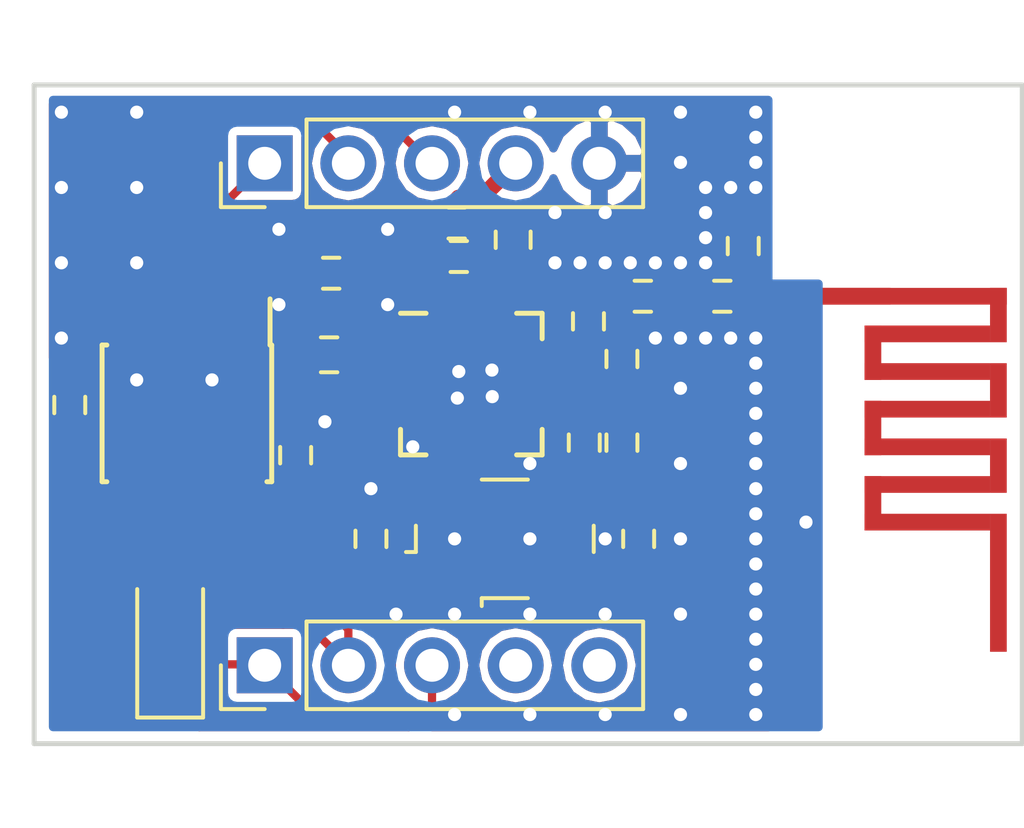
<source format=kicad_pcb>
(kicad_pcb (version 4) (host pcbnew 4.0.4+e1-6308~48~ubuntu14.04.1-stable)

  (general
    (links 61)
    (no_connects 0)
    (area 18.837 17.346666 50.075001 42.653333)
    (thickness 1.6)
    (drawings 4)
    (tracks 437)
    (zones 0)
    (modules 23)
    (nets 19)
  )

  (page A4)
  (layers
    (0 F.Cu signal)
    (31 B.Cu signal)
    (32 B.Adhes user)
    (33 F.Adhes user)
    (34 B.Paste user)
    (35 F.Paste user)
    (36 B.SilkS user)
    (37 F.SilkS user)
    (38 B.Mask user)
    (39 F.Mask user)
    (40 Dwgs.User user)
    (41 Cmts.User user)
    (42 Eco1.User user)
    (43 Eco2.User user)
    (44 Edge.Cuts user)
    (45 Margin user)
    (46 B.CrtYd user)
    (47 F.CrtYd user)
    (48 B.Fab user)
    (49 F.Fab user)
  )

  (setup
    (last_trace_width 0.25)
    (user_trace_width 0.5)
    (user_trace_width 0.508)
    (trace_clearance 0.2)
    (zone_clearance 0.254)
    (zone_45_only yes)
    (trace_min 0.2)
    (segment_width 0.2)
    (edge_width 0.15)
    (via_size 0.6)
    (via_drill 0.4)
    (via_min_size 0.4)
    (via_min_drill 0.3)
    (uvia_size 0.3)
    (uvia_drill 0.1)
    (uvias_allowed no)
    (uvia_min_size 0)
    (uvia_min_drill 0)
    (pcb_text_width 0.3)
    (pcb_text_size 1.5 1.5)
    (mod_edge_width 0.15)
    (mod_text_size 1 1)
    (mod_text_width 0.15)
    (pad_size 6.9342 0.508)
    (pad_drill 0)
    (pad_to_mask_clearance 0.2)
    (aux_axis_origin 0 0)
    (visible_elements FFFFFF7F)
    (pcbplotparams
      (layerselection 0x010f0_80000001)
      (usegerberextensions true)
      (excludeedgelayer true)
      (linewidth 0.100000)
      (plotframeref false)
      (viasonmask false)
      (mode 1)
      (useauxorigin false)
      (hpglpennumber 1)
      (hpglpenspeed 20)
      (hpglpendiameter 15)
      (hpglpenoverlay 2)
      (psnegative false)
      (psa4output false)
      (plotreference true)
      (plotvalue true)
      (plotinvisibletext false)
      (padsonsilk false)
      (subtractmaskfromsilk false)
      (outputformat 1)
      (mirror false)
      (drillshape 0)
      (scaleselection 1)
      (outputdirectory Gerber_RF24_Module/))
  )

  (net 0 "")
  (net 1 GND)
  (net 2 VCC)
  (net 3 "Net-(C5-Pad1)")
  (net 4 "Net-(C6-Pad2)")
  (net 5 "Net-(C8-Pad1)")
  (net 6 "Net-(C10-Pad1)")
  (net 7 "Net-(C11-Pad1)")
  (net 8 SCK)
  (net 9 SCL)
  (net 10 SDA)
  (net 11 RST)
  (net 12 MOSI)
  (net 13 MISO)
  (net 14 "Net-(L1-Pad1)")
  (net 15 "Net-(L2-Pad2)")
  (net 16 "Net-(R1-Pad2)")
  (net 17 "Net-(C2-Pad1)")
  (net 18 "Net-(AE1-Pad1)")

  (net_class Default "This is the default net class."
    (clearance 0.2)
    (trace_width 0.25)
    (via_dia 0.6)
    (via_drill 0.4)
    (uvia_dia 0.3)
    (uvia_drill 0.1)
    (add_net GND)
    (add_net MISO)
    (add_net MOSI)
    (add_net "Net-(AE1-Pad1)")
    (add_net "Net-(C10-Pad1)")
    (add_net "Net-(C11-Pad1)")
    (add_net "Net-(C2-Pad1)")
    (add_net "Net-(C5-Pad1)")
    (add_net "Net-(C6-Pad2)")
    (add_net "Net-(C8-Pad1)")
    (add_net "Net-(L1-Pad1)")
    (add_net "Net-(L2-Pad2)")
    (add_net "Net-(R1-Pad2)")
    (add_net RST)
    (add_net SCK)
    (add_net SCL)
    (add_net SDA)
    (add_net VCC)
  )

  (module Housings_DFN_QFN:QFN-20-1EP_4x4mm_Pitch0.5mm (layer F.Cu) (tedit 59C7BA06) (tstamp 59C26BA8)
    (at 33.274 29.083)
    (descr "20-Lead Plastic Quad Flat, No Lead Package (ML) - 4x4x0.9 mm Body [QFN]; (see Microchip Packaging Specification 00000049BS.pdf)")
    (tags "QFN 0.5")
    (path /59C14822)
    (attr smd)
    (fp_text reference U2 (at 0 -3.33) (layer F.SilkS) hide
      (effects (font (size 1 1) (thickness 0.15)))
    )
    (fp_text value nRF24l01+ (at 0 3.33) (layer F.Fab)
      (effects (font (size 1 1) (thickness 0.15)))
    )
    (fp_line (start -1 -2) (end 2 -2) (layer F.Fab) (width 0.15))
    (fp_line (start 2 -2) (end 2 2) (layer F.Fab) (width 0.15))
    (fp_line (start 2 2) (end -2 2) (layer F.Fab) (width 0.15))
    (fp_line (start -2 2) (end -2 -1) (layer F.Fab) (width 0.15))
    (fp_line (start -2 -1) (end -1 -2) (layer F.Fab) (width 0.15))
    (fp_line (start -2.6 -2.6) (end -2.6 2.6) (layer F.CrtYd) (width 0.05))
    (fp_line (start 2.6 -2.6) (end 2.6 2.6) (layer F.CrtYd) (width 0.05))
    (fp_line (start -2.6 -2.6) (end 2.6 -2.6) (layer F.CrtYd) (width 0.05))
    (fp_line (start -2.6 2.6) (end 2.6 2.6) (layer F.CrtYd) (width 0.05))
    (fp_line (start 2.15 -2.15) (end 2.15 -1.375) (layer F.SilkS) (width 0.15))
    (fp_line (start -2.15 2.15) (end -2.15 1.375) (layer F.SilkS) (width 0.15))
    (fp_line (start 2.15 2.15) (end 2.15 1.375) (layer F.SilkS) (width 0.15))
    (fp_line (start -2.15 -2.15) (end -1.375 -2.15) (layer F.SilkS) (width 0.15))
    (fp_line (start -2.15 2.15) (end -1.375 2.15) (layer F.SilkS) (width 0.15))
    (fp_line (start 2.15 2.15) (end 1.375 2.15) (layer F.SilkS) (width 0.15))
    (fp_line (start 2.15 -2.15) (end 1.375 -2.15) (layer F.SilkS) (width 0.15))
    (pad 1 smd rect (at -1.965 -1) (size 0.73 0.3) (layers F.Cu F.Paste F.Mask)
      (net 2 VCC))
    (pad 2 smd rect (at -1.965 -0.5) (size 0.73 0.3) (layers F.Cu F.Paste F.Mask)
      (net 3 "Net-(C5-Pad1)"))
    (pad 3 smd rect (at -1.965 0) (size 0.73 0.3) (layers F.Cu F.Paste F.Mask)
      (net 8 SCK))
    (pad 4 smd rect (at -1.965 0.5) (size 0.73 0.3) (layers F.Cu F.Paste F.Mask)
      (net 13 MISO))
    (pad 5 smd rect (at -1.965 1) (size 0.73 0.3) (layers F.Cu F.Paste F.Mask)
      (net 12 MOSI))
    (pad 6 smd rect (at -1 1.965 90) (size 0.73 0.3) (layers F.Cu F.Paste F.Mask))
    (pad 7 smd rect (at -0.5 1.965 90) (size 0.73 0.3) (layers F.Cu F.Paste F.Mask)
      (net 2 VCC))
    (pad 8 smd rect (at 0 1.965 90) (size 0.73 0.3) (layers F.Cu F.Paste F.Mask)
      (net 1 GND))
    (pad 9 smd rect (at 0.5 1.965 90) (size 0.73 0.3) (layers F.Cu F.Paste F.Mask)
      (net 6 "Net-(C10-Pad1)"))
    (pad 10 smd rect (at 1 1.965 90) (size 0.73 0.3) (layers F.Cu F.Paste F.Mask)
      (net 7 "Net-(C11-Pad1)"))
    (pad 11 smd rect (at 1.965 1) (size 0.73 0.3) (layers F.Cu F.Paste F.Mask)
      (net 5 "Net-(C8-Pad1)"))
    (pad 12 smd rect (at 1.965 0.5) (size 0.73 0.3) (layers F.Cu F.Paste F.Mask)
      (net 15 "Net-(L2-Pad2)"))
    (pad 13 smd rect (at 1.965 0) (size 0.73 0.3) (layers F.Cu F.Paste F.Mask)
      (net 14 "Net-(L1-Pad1)"))
    (pad 14 smd rect (at 1.965 -0.5) (size 0.73 0.3) (layers F.Cu F.Paste F.Mask)
      (net 1 GND))
    (pad 15 smd rect (at 1.965 -1) (size 0.73 0.3) (layers F.Cu F.Paste F.Mask)
      (net 2 VCC))
    (pad 16 smd rect (at 1 -1.965 90) (size 0.73 0.3) (layers F.Cu F.Paste F.Mask)
      (net 16 "Net-(R1-Pad2)"))
    (pad 17 smd rect (at 0.5 -1.965 90) (size 0.73 0.3) (layers F.Cu F.Paste F.Mask)
      (net 1 GND))
    (pad 18 smd rect (at 0 -1.965 90) (size 0.73 0.3) (layers F.Cu F.Paste F.Mask)
      (net 2 VCC))
    (pad 19 smd rect (at -0.5 -1.965 90) (size 0.73 0.3) (layers F.Cu F.Paste F.Mask)
      (net 17 "Net-(C2-Pad1)"))
    (pad 20 smd rect (at -1 -1.965 90) (size 0.73 0.3) (layers F.Cu F.Paste F.Mask)
      (net 1 GND))
    (pad 20 smd rect (at 0.625 0.425) (size 1.25 0.85) (layers F.Cu F.Paste F.Mask)
      (net 1 GND) (solder_mask_margin -25.4) (solder_paste_margin_ratio -0.2))
    (pad 20 smd rect (at 0.625 -0.425) (size 1.25 0.85) (layers F.Cu F.Paste F.Mask)
      (net 1 GND) (solder_mask_margin -25.4) (solder_paste_margin_ratio -0.2))
    (pad 20 smd trapezoid (at -0.425 0.425) (size 0.85 0.85) (layers F.Cu F.Paste F.Mask)
      (net 1 GND) (solder_mask_margin -25.4) (solder_paste_margin_ratio -0.2))
    (pad 20 smd rect (at -0.425 -0.425) (size 0.85 0.85) (layers F.Cu F.Paste F.Mask)
      (net 1 GND) (solder_mask_margin -25.4) (solder_paste_margin_ratio -0.2))
    (model ${KISYS3DMOD}/Housings_DFN_QFN.3dshapes/QFN-20-1EP_4x4mm_Pitch0.5mm.wrl
      (at (xyz 0 0 0))
      (scale (xyz 1 1 1))
      (rotate (xyz 0 0 0))
    )
  )

  (module Diodes_SMD:D_SOD-123 (layer F.Cu) (tedit 59C2BEEC) (tstamp 59C1768A)
    (at 24.13 36.957 90)
    (descr SOD-123)
    (tags SOD-123)
    (path /59C1DBCE)
    (attr smd)
    (fp_text reference D1 (at 0 -2 90) (layer F.SilkS) hide
      (effects (font (size 1 1) (thickness 0.15)))
    )
    (fp_text value 1N4148 (at 0 2.1 90) (layer F.Fab)
      (effects (font (size 1 1) (thickness 0.15)))
    )
    (fp_text user %R (at 0 -2 90) (layer F.Fab)
      (effects (font (size 1 1) (thickness 0.15)))
    )
    (fp_line (start -2.25 -1) (end -2.25 1) (layer F.SilkS) (width 0.12))
    (fp_line (start 0.25 0) (end 0.75 0) (layer F.Fab) (width 0.1))
    (fp_line (start 0.25 0.4) (end -0.35 0) (layer F.Fab) (width 0.1))
    (fp_line (start 0.25 -0.4) (end 0.25 0.4) (layer F.Fab) (width 0.1))
    (fp_line (start -0.35 0) (end 0.25 -0.4) (layer F.Fab) (width 0.1))
    (fp_line (start -0.35 0) (end -0.35 0.55) (layer F.Fab) (width 0.1))
    (fp_line (start -0.35 0) (end -0.35 -0.55) (layer F.Fab) (width 0.1))
    (fp_line (start -0.75 0) (end -0.35 0) (layer F.Fab) (width 0.1))
    (fp_line (start -1.4 0.9) (end -1.4 -0.9) (layer F.Fab) (width 0.1))
    (fp_line (start 1.4 0.9) (end -1.4 0.9) (layer F.Fab) (width 0.1))
    (fp_line (start 1.4 -0.9) (end 1.4 0.9) (layer F.Fab) (width 0.1))
    (fp_line (start -1.4 -0.9) (end 1.4 -0.9) (layer F.Fab) (width 0.1))
    (fp_line (start -2.35 -1.15) (end 2.35 -1.15) (layer F.CrtYd) (width 0.05))
    (fp_line (start 2.35 -1.15) (end 2.35 1.15) (layer F.CrtYd) (width 0.05))
    (fp_line (start 2.35 1.15) (end -2.35 1.15) (layer F.CrtYd) (width 0.05))
    (fp_line (start -2.35 -1.15) (end -2.35 1.15) (layer F.CrtYd) (width 0.05))
    (fp_line (start -2.25 1) (end 1.65 1) (layer F.SilkS) (width 0.12))
    (fp_line (start -2.25 -1) (end 1.65 -1) (layer F.SilkS) (width 0.12))
    (pad 1 smd rect (at -1.65 0 90) (size 0.9 1.2) (layers F.Cu F.Paste F.Mask)
      (net 8 SCK))
    (pad 2 smd rect (at 1.65 0 90) (size 0.9 1.2) (layers F.Cu F.Paste F.Mask)
      (net 3 "Net-(C5-Pad1)"))
    (model ${KISYS3DMOD}/Diodes_SMD.3dshapes/D_SOD-123.wrl
      (at (xyz 0 0 0))
      (scale (xyz 1 1 1))
      (rotate (xyz 0 0 0))
    )
  )

  (module Socket_Strips:Socket_Strip_Straight_1x05_Pitch2.54mm (layer F.Cu) (tedit 59C2BE8F) (tstamp 59C17693)
    (at 27 22.38 90)
    (descr "Through hole straight socket strip, 1x05, 2.54mm pitch, single row")
    (tags "Through hole socket strip THT 1x05 2.54mm single row")
    (path /59C22834)
    (fp_text reference J1 (at 0 -2.33 90) (layer F.SilkS) hide
      (effects (font (size 1 1) (thickness 0.15)))
    )
    (fp_text value CONN_01X05 (at 0 12.49 90) (layer F.Fab)
      (effects (font (size 1 1) (thickness 0.15)))
    )
    (fp_line (start -1.27 -1.27) (end -1.27 11.43) (layer F.Fab) (width 0.1))
    (fp_line (start -1.27 11.43) (end 1.27 11.43) (layer F.Fab) (width 0.1))
    (fp_line (start 1.27 11.43) (end 1.27 -1.27) (layer F.Fab) (width 0.1))
    (fp_line (start 1.27 -1.27) (end -1.27 -1.27) (layer F.Fab) (width 0.1))
    (fp_line (start -1.33 1.27) (end -1.33 11.49) (layer F.SilkS) (width 0.12))
    (fp_line (start -1.33 11.49) (end 1.33 11.49) (layer F.SilkS) (width 0.12))
    (fp_line (start 1.33 11.49) (end 1.33 1.27) (layer F.SilkS) (width 0.12))
    (fp_line (start 1.33 1.27) (end -1.33 1.27) (layer F.SilkS) (width 0.12))
    (fp_line (start -1.33 0) (end -1.33 -1.33) (layer F.SilkS) (width 0.12))
    (fp_line (start -1.33 -1.33) (end 0 -1.33) (layer F.SilkS) (width 0.12))
    (fp_line (start -1.8 -1.8) (end -1.8 11.95) (layer F.CrtYd) (width 0.05))
    (fp_line (start -1.8 11.95) (end 1.8 11.95) (layer F.CrtYd) (width 0.05))
    (fp_line (start 1.8 11.95) (end 1.8 -1.8) (layer F.CrtYd) (width 0.05))
    (fp_line (start 1.8 -1.8) (end -1.8 -1.8) (layer F.CrtYd) (width 0.05))
    (fp_text user %R (at 0 -2.33 90) (layer F.Fab)
      (effects (font (size 1 1) (thickness 0.15)))
    )
    (pad 1 thru_hole rect (at 0 0 90) (size 1.7 1.7) (drill 1) (layers *.Cu *.Mask)
      (net 11 RST))
    (pad 2 thru_hole oval (at 0 2.54 90) (size 1.7 1.7) (drill 1) (layers *.Cu *.Mask)
      (net 9 SCL))
    (pad 3 thru_hole oval (at 0 5.08 90) (size 1.7 1.7) (drill 1) (layers *.Cu *.Mask)
      (net 10 SDA))
    (pad 4 thru_hole oval (at 0 7.62 90) (size 1.7 1.7) (drill 1) (layers *.Cu *.Mask)
      (net 2 VCC))
    (pad 5 thru_hole oval (at 0 10.16 90) (size 1.7 1.7) (drill 1) (layers *.Cu *.Mask)
      (net 1 GND))
    (model ${KISYS3DMOD}/Socket_Strips.3dshapes/Socket_Strip_Straight_1x05_Pitch2.54mm.wrl
      (at (xyz 0 -0.2 0))
      (scale (xyz 1 1 1))
      (rotate (xyz 0 0 270))
    )
  )

  (module Socket_Strips:Socket_Strip_Straight_1x05_Pitch2.54mm (layer F.Cu) (tedit 59C2BEEF) (tstamp 59C1769C)
    (at 27 37.62 90)
    (descr "Through hole straight socket strip, 1x05, 2.54mm pitch, single row")
    (tags "Through hole socket strip THT 1x05 2.54mm single row")
    (path /59C22972)
    (fp_text reference J2 (at 0 -2.33 90) (layer F.SilkS) hide
      (effects (font (size 1 1) (thickness 0.15)))
    )
    (fp_text value CONN_01X05 (at 0 12.49 90) (layer F.Fab)
      (effects (font (size 1 1) (thickness 0.15)))
    )
    (fp_line (start -1.27 -1.27) (end -1.27 11.43) (layer F.Fab) (width 0.1))
    (fp_line (start -1.27 11.43) (end 1.27 11.43) (layer F.Fab) (width 0.1))
    (fp_line (start 1.27 11.43) (end 1.27 -1.27) (layer F.Fab) (width 0.1))
    (fp_line (start 1.27 -1.27) (end -1.27 -1.27) (layer F.Fab) (width 0.1))
    (fp_line (start -1.33 1.27) (end -1.33 11.49) (layer F.SilkS) (width 0.12))
    (fp_line (start -1.33 11.49) (end 1.33 11.49) (layer F.SilkS) (width 0.12))
    (fp_line (start 1.33 11.49) (end 1.33 1.27) (layer F.SilkS) (width 0.12))
    (fp_line (start 1.33 1.27) (end -1.33 1.27) (layer F.SilkS) (width 0.12))
    (fp_line (start -1.33 0) (end -1.33 -1.33) (layer F.SilkS) (width 0.12))
    (fp_line (start -1.33 -1.33) (end 0 -1.33) (layer F.SilkS) (width 0.12))
    (fp_line (start -1.8 -1.8) (end -1.8 11.95) (layer F.CrtYd) (width 0.05))
    (fp_line (start -1.8 11.95) (end 1.8 11.95) (layer F.CrtYd) (width 0.05))
    (fp_line (start 1.8 11.95) (end 1.8 -1.8) (layer F.CrtYd) (width 0.05))
    (fp_line (start 1.8 -1.8) (end -1.8 -1.8) (layer F.CrtYd) (width 0.05))
    (fp_text user %R (at 0 -2.33 90) (layer F.Fab)
      (effects (font (size 1 1) (thickness 0.15)))
    )
    (pad 1 thru_hole rect (at 0 0 90) (size 1.7 1.7) (drill 1) (layers *.Cu *.Mask)
      (net 12 MOSI))
    (pad 2 thru_hole oval (at 0 2.54 90) (size 1.7 1.7) (drill 1) (layers *.Cu *.Mask)
      (net 13 MISO))
    (pad 3 thru_hole oval (at 0 5.08 90) (size 1.7 1.7) (drill 1) (layers *.Cu *.Mask)
      (net 8 SCK))
    (pad 4 thru_hole oval (at 0 7.62 90) (size 1.7 1.7) (drill 1) (layers *.Cu *.Mask))
    (pad 5 thru_hole oval (at 0 10.16 90) (size 1.7 1.7) (drill 1) (layers *.Cu *.Mask))
    (model ${KISYS3DMOD}/Socket_Strips.3dshapes/Socket_Strip_Straight_1x05_Pitch2.54mm.wrl
      (at (xyz 0 -0.2 0))
      (scale (xyz 1 1 1))
      (rotate (xyz 0 0 270))
    )
  )

  (module Housings_SOIC:SOIC-8_3.9x4.9mm_Pitch1.27mm (layer F.Cu) (tedit 59C2BEE1) (tstamp 59C176CC)
    (at 24.638 29.972 270)
    (descr "8-Lead Plastic Small Outline (SN) - Narrow, 3.90 mm Body [SOIC] (see Microchip Packaging Specification 00000049BS.pdf)")
    (tags "SOIC 1.27")
    (path /59C1474F)
    (attr smd)
    (fp_text reference U1 (at 0 -3.5 270) (layer F.SilkS) hide
      (effects (font (size 1 1) (thickness 0.15)))
    )
    (fp_text value ATTINY85-20SU (at 0 3.5 270) (layer F.Fab)
      (effects (font (size 1 1) (thickness 0.15)))
    )
    (fp_text user %R (at 0 0 450) (layer F.Fab)
      (effects (font (size 1 1) (thickness 0.15)))
    )
    (fp_line (start -0.95 -2.45) (end 1.95 -2.45) (layer F.Fab) (width 0.1))
    (fp_line (start 1.95 -2.45) (end 1.95 2.45) (layer F.Fab) (width 0.1))
    (fp_line (start 1.95 2.45) (end -1.95 2.45) (layer F.Fab) (width 0.1))
    (fp_line (start -1.95 2.45) (end -1.95 -1.45) (layer F.Fab) (width 0.1))
    (fp_line (start -1.95 -1.45) (end -0.95 -2.45) (layer F.Fab) (width 0.1))
    (fp_line (start -3.73 -2.7) (end -3.73 2.7) (layer F.CrtYd) (width 0.05))
    (fp_line (start 3.73 -2.7) (end 3.73 2.7) (layer F.CrtYd) (width 0.05))
    (fp_line (start -3.73 -2.7) (end 3.73 -2.7) (layer F.CrtYd) (width 0.05))
    (fp_line (start -3.73 2.7) (end 3.73 2.7) (layer F.CrtYd) (width 0.05))
    (fp_line (start -2.075 -2.575) (end -2.075 -2.525) (layer F.SilkS) (width 0.15))
    (fp_line (start 2.075 -2.575) (end 2.075 -2.43) (layer F.SilkS) (width 0.15))
    (fp_line (start 2.075 2.575) (end 2.075 2.43) (layer F.SilkS) (width 0.15))
    (fp_line (start -2.075 2.575) (end -2.075 2.43) (layer F.SilkS) (width 0.15))
    (fp_line (start -2.075 -2.575) (end 2.075 -2.575) (layer F.SilkS) (width 0.15))
    (fp_line (start -2.075 2.575) (end 2.075 2.575) (layer F.SilkS) (width 0.15))
    (fp_line (start -2.075 -2.525) (end -3.475 -2.525) (layer F.SilkS) (width 0.15))
    (pad 1 smd rect (at -2.7 -1.905 270) (size 1.55 0.6) (layers F.Cu F.Paste F.Mask)
      (net 11 RST))
    (pad 2 smd rect (at -2.7 -0.635 270) (size 1.55 0.6) (layers F.Cu F.Paste F.Mask)
      (net 9 SCL))
    (pad 3 smd rect (at -2.7 0.635 270) (size 1.55 0.6) (layers F.Cu F.Paste F.Mask)
      (net 10 SDA))
    (pad 4 smd rect (at -2.7 1.905 270) (size 1.55 0.6) (layers F.Cu F.Paste F.Mask)
      (net 1 GND))
    (pad 5 smd rect (at 2.7 1.905 270) (size 1.55 0.6) (layers F.Cu F.Paste F.Mask)
      (net 12 MOSI))
    (pad 6 smd rect (at 2.7 0.635 270) (size 1.55 0.6) (layers F.Cu F.Paste F.Mask)
      (net 13 MISO))
    (pad 7 smd rect (at 2.7 -0.635 270) (size 1.55 0.6) (layers F.Cu F.Paste F.Mask)
      (net 8 SCK))
    (pad 8 smd rect (at 2.7 -1.905 270) (size 1.55 0.6) (layers F.Cu F.Paste F.Mask)
      (net 2 VCC))
    (model ${KISYS3DMOD}/Housings_SOIC.3dshapes/SOIC-8_3.9x4.9mm_Pitch1.27mm.wrl
      (at (xyz 0 0 0))
      (scale (xyz 1 1 1))
      (rotate (xyz 0 0 0))
    )
  )

  (module Crystals:Crystal_SMD_EuroQuartz_MJ-4pin_5.0x3.2mm (layer F.Cu) (tedit 59C2BED8) (tstamp 59C17700)
    (at 34.29 33.782)
    (descr "SMD Crystal EuroQuartz MJ series http://cdn-reichelt.de/documents/datenblatt/B400/MJ.pdf, 5.0x3.2mm^2 package")
    (tags "SMD SMT crystal")
    (path /59C38BE2)
    (attr smd)
    (fp_text reference Y1 (at 0 -2.8) (layer F.SilkS) hide
      (effects (font (size 1 1) (thickness 0.15)))
    )
    (fp_text value Crystal_GND24 (at 0 2.8) (layer F.Fab)
      (effects (font (size 1 1) (thickness 0.15)))
    )
    (fp_text user %R (at 0 0) (layer F.Fab)
      (effects (font (size 1 1) (thickness 0.15)))
    )
    (fp_line (start -2.4 -1.6) (end 2.4 -1.6) (layer F.Fab) (width 0.1))
    (fp_line (start 2.4 -1.6) (end 2.5 -1.5) (layer F.Fab) (width 0.1))
    (fp_line (start 2.5 -1.5) (end 2.5 1.5) (layer F.Fab) (width 0.1))
    (fp_line (start 2.5 1.5) (end 2.4 1.6) (layer F.Fab) (width 0.1))
    (fp_line (start 2.4 1.6) (end -2.4 1.6) (layer F.Fab) (width 0.1))
    (fp_line (start -2.4 1.6) (end -2.5 1.5) (layer F.Fab) (width 0.1))
    (fp_line (start -2.5 1.5) (end -2.5 -1.5) (layer F.Fab) (width 0.1))
    (fp_line (start -2.5 -1.5) (end -2.4 -1.6) (layer F.Fab) (width 0.1))
    (fp_line (start -2.5 0.6) (end -1.5 1.6) (layer F.Fab) (width 0.1))
    (fp_line (start -3 0.4) (end -2.7 0.4) (layer F.SilkS) (width 0.12))
    (fp_line (start -2.7 0.4) (end -2.7 -0.4) (layer F.SilkS) (width 0.12))
    (fp_line (start 2.7 -0.4) (end 2.7 0.4) (layer F.SilkS) (width 0.12))
    (fp_line (start -0.7 -1.8) (end 0.7 -1.8) (layer F.SilkS) (width 0.12))
    (fp_line (start 0.7 1.8) (end -0.7 1.8) (layer F.SilkS) (width 0.12))
    (fp_line (start -0.7 1.8) (end -0.7 2.04) (layer F.SilkS) (width 0.12))
    (fp_line (start -3.1 -2) (end -3.1 2) (layer F.CrtYd) (width 0.05))
    (fp_line (start -3.1 2) (end 3.1 2) (layer F.CrtYd) (width 0.05))
    (fp_line (start 3.1 2) (end 3.1 -2) (layer F.CrtYd) (width 0.05))
    (fp_line (start 3.1 -2) (end -3.1 -2) (layer F.CrtYd) (width 0.05))
    (pad 1 smd rect (at -1.85 1.15) (size 1.9 1.1) (layers F.Cu F.Paste F.Mask)
      (net 6 "Net-(C10-Pad1)"))
    (pad 2 smd rect (at 1.85 1.15) (size 1.9 1.1) (layers F.Cu F.Paste F.Mask)
      (net 1 GND))
    (pad 3 smd rect (at 1.85 -1.15) (size 1.9 1.1) (layers F.Cu F.Paste F.Mask)
      (net 7 "Net-(C11-Pad1)"))
    (pad 4 smd rect (at -1.85 -1.15) (size 1.9 1.1) (layers F.Cu F.Paste F.Mask)
      (net 1 GND))
    (model ${KISYS3DMOD}/Crystals.3dshapes/Crystal_SMD_EuroQuartz_MJ-4pin_5.0x3.2mm.wrl
      (at (xyz 0 0 0))
      (scale (xyz 1 1 1))
      (rotate (xyz 0 0 0))
    )
  )

  (module Antenna:MIFA-Antenna (layer F.Cu) (tedit 59C7BE2C) (tstamp 59C7AF02)
    (at 42.418 26.416 270)
    (path /59C43C45)
    (fp_text reference AE1 (at 0.05 5.15 270) (layer F.SilkS) hide
      (effects (font (size 1 1) (thickness 0.15)))
    )
    (fp_text value Antenna_Dipole (at 0.2 7.05 270) (layer F.Fab)
      (effects (font (size 1 1) (thickness 0.15)))
    )
    (pad 1 smd rect (at 0 -3.556 270) (size 0.508 7.112) (layers F.Cu F.Paste F.Mask)
      (net 18 "Net-(AE1-Pad1)") (solder_mask_margin -0.254) (solder_paste_margin -0.254))
    (pad 2 smd rect (at 3.7211 -1.016 270) (size 6.9342 0.508) (layers F.Cu F.Paste F.Mask)
      (net 1 GND) (solder_mask_margin -0.254) (solder_paste_margin -0.254))
    (pad 3 smd rect (at 0.5715 -6.858 270) (size 1.651 0.508) (layers F.Cu F.Paste F.Mask)
      (solder_mask_margin -0.254) (solder_paste_margin -0.254))
    (pad 3 smd rect (at 2.8575 -6.858 270) (size 1.651 0.508) (layers F.Cu F.Paste F.Mask)
      (solder_mask_margin -0.254) (solder_paste_margin -0.254))
    (pad 3 smd rect (at 5.1435 -6.858 270) (size 1.651 0.508) (layers F.Cu F.Paste F.Mask)
      (solder_mask_margin -0.254) (solder_paste_margin -0.254))
    (pad 3 smd rect (at 1.7145 -3.048 270) (size 1.651 0.508) (layers F.Cu F.Paste F.Mask)
      (solder_mask_margin -0.254) (solder_paste_margin -0.254))
    (pad 3 smd rect (at 4.0005 -3.048 270) (size 1.651 0.508) (layers F.Cu F.Paste F.Mask)
      (solder_mask_margin -0.254) (solder_paste_margin -0.254))
    (pad 3 smd rect (at 6.2865 -3.048 270) (size 1.651 0.508) (layers F.Cu F.Paste F.Mask)
      (solder_mask_margin -0.254) (solder_paste_margin -0.254))
    (pad 3 smd rect (at 1.143 -4.699 270) (size 0.508 3.81) (layers F.Cu F.Paste F.Mask)
      (solder_mask_margin -0.254) (solder_paste_margin -0.254))
    (pad 3 smd rect (at 3.429 -4.699 270) (size 0.508 3.81) (layers F.Cu F.Paste F.Mask)
      (solder_mask_margin -0.254) (solder_paste_margin -0.254))
    (pad 3 smd rect (at 5.715 -4.699 270) (size 0.508 3.81) (layers F.Cu F.Paste F.Mask)
      (solder_mask_margin -0.254) (solder_paste_margin -0.254))
    (pad 3 smd rect (at 2.286 -4.699 270) (size 0.508 3.81) (layers F.Cu F.Paste F.Mask)
      (solder_mask_margin -0.254) (solder_paste_margin -0.254))
    (pad 3 smd rect (at 4.572 -4.699 270) (size 0.508 3.81) (layers F.Cu F.Paste F.Mask)
      (solder_mask_margin -0.254) (solder_paste_margin -0.254))
    (pad 3 smd rect (at 6.858 -4.699 270) (size 0.508 3.81) (layers F.Cu F.Paste F.Mask)
      (solder_mask_margin -0.254) (solder_paste_margin -0.254))
    (pad 3 smd rect (at 8.6995 -6.858 270) (size 4.191 0.508) (layers F.Cu F.Paste F.Mask)
      (solder_mask_margin -0.254) (solder_paste_margin -0.254))
  )

  (module Capacitors_SMD:C_0402 (layer F.Cu) (tedit 59C7BCB4) (tstamp 59C7AF14)
    (at 21.082 29.718 90)
    (descr "Capacitor SMD 0402, reflow soldering, AVX (see smccp.pdf)")
    (tags "capacitor 0402")
    (path /59C267FA)
    (attr smd)
    (fp_text reference C1 (at 0 -1.27 90) (layer F.SilkS) hide
      (effects (font (size 1 1) (thickness 0.15)))
    )
    (fp_text value 100nF (at 0 1.27 90) (layer F.Fab)
      (effects (font (size 1 1) (thickness 0.15)))
    )
    (fp_text user %R (at 0 -1.27 90) (layer F.Fab)
      (effects (font (size 1 1) (thickness 0.15)))
    )
    (fp_line (start -0.5 0.25) (end -0.5 -0.25) (layer F.Fab) (width 0.1))
    (fp_line (start 0.5 0.25) (end -0.5 0.25) (layer F.Fab) (width 0.1))
    (fp_line (start 0.5 -0.25) (end 0.5 0.25) (layer F.Fab) (width 0.1))
    (fp_line (start -0.5 -0.25) (end 0.5 -0.25) (layer F.Fab) (width 0.1))
    (fp_line (start 0.25 -0.47) (end -0.25 -0.47) (layer F.SilkS) (width 0.12))
    (fp_line (start -0.25 0.47) (end 0.25 0.47) (layer F.SilkS) (width 0.12))
    (fp_line (start -1 -0.4) (end 1 -0.4) (layer F.CrtYd) (width 0.05))
    (fp_line (start -1 -0.4) (end -1 0.4) (layer F.CrtYd) (width 0.05))
    (fp_line (start 1 0.4) (end 1 -0.4) (layer F.CrtYd) (width 0.05))
    (fp_line (start 1 0.4) (end -1 0.4) (layer F.CrtYd) (width 0.05))
    (pad 1 smd rect (at -0.55 0 90) (size 0.6 0.5) (layers F.Cu F.Paste F.Mask)
      (net 2 VCC))
    (pad 2 smd rect (at 0.55 0 90) (size 0.6 0.5) (layers F.Cu F.Paste F.Mask)
      (net 1 GND))
    (model Capacitors_SMD.3dshapes/C_0402.wrl
      (at (xyz 0 0 0))
      (scale (xyz 1 1 1))
      (rotate (xyz 0 0 0))
    )
  )

  (module Capacitors_SMD:C_0402 (layer F.Cu) (tedit 59C7BC9E) (tstamp 59C7AF24)
    (at 29.0195 25.7175 180)
    (descr "Capacitor SMD 0402, reflow soldering, AVX (see smccp.pdf)")
    (tags "capacitor 0402")
    (path /59C22166)
    (attr smd)
    (fp_text reference C2 (at 0 -1.27 180) (layer F.SilkS) hide
      (effects (font (size 1 1) (thickness 0.15)))
    )
    (fp_text value 33nF (at 0 1.27 180) (layer F.Fab)
      (effects (font (size 1 1) (thickness 0.15)))
    )
    (fp_text user %R (at 0 -1.27 180) (layer F.Fab)
      (effects (font (size 1 1) (thickness 0.15)))
    )
    (fp_line (start -0.5 0.25) (end -0.5 -0.25) (layer F.Fab) (width 0.1))
    (fp_line (start 0.5 0.25) (end -0.5 0.25) (layer F.Fab) (width 0.1))
    (fp_line (start 0.5 -0.25) (end 0.5 0.25) (layer F.Fab) (width 0.1))
    (fp_line (start -0.5 -0.25) (end 0.5 -0.25) (layer F.Fab) (width 0.1))
    (fp_line (start 0.25 -0.47) (end -0.25 -0.47) (layer F.SilkS) (width 0.12))
    (fp_line (start -0.25 0.47) (end 0.25 0.47) (layer F.SilkS) (width 0.12))
    (fp_line (start -1 -0.4) (end 1 -0.4) (layer F.CrtYd) (width 0.05))
    (fp_line (start -1 -0.4) (end -1 0.4) (layer F.CrtYd) (width 0.05))
    (fp_line (start 1 0.4) (end 1 -0.4) (layer F.CrtYd) (width 0.05))
    (fp_line (start 1 0.4) (end -1 0.4) (layer F.CrtYd) (width 0.05))
    (pad 1 smd rect (at -0.55 0 180) (size 0.6 0.5) (layers F.Cu F.Paste F.Mask)
      (net 17 "Net-(C2-Pad1)"))
    (pad 2 smd rect (at 0.55 0 180) (size 0.6 0.5) (layers F.Cu F.Paste F.Mask)
      (net 1 GND))
    (model Capacitors_SMD.3dshapes/C_0402.wrl
      (at (xyz 0 0 0))
      (scale (xyz 1 1 1))
      (rotate (xyz 0 0 0))
    )
  )

  (module Capacitors_SMD:C_0402 (layer F.Cu) (tedit 59C7BC9B) (tstamp 59C7AF34)
    (at 32.8295 24.1935)
    (descr "Capacitor SMD 0402, reflow soldering, AVX (see smccp.pdf)")
    (tags "capacitor 0402")
    (path /59C27CD0)
    (attr smd)
    (fp_text reference C3 (at 0 -1.27) (layer F.SilkS) hide
      (effects (font (size 1 1) (thickness 0.15)))
    )
    (fp_text value 1uF (at 0 1.27) (layer F.Fab)
      (effects (font (size 1 1) (thickness 0.15)))
    )
    (fp_text user %R (at 0 -1.27) (layer F.Fab)
      (effects (font (size 1 1) (thickness 0.15)))
    )
    (fp_line (start -0.5 0.25) (end -0.5 -0.25) (layer F.Fab) (width 0.1))
    (fp_line (start 0.5 0.25) (end -0.5 0.25) (layer F.Fab) (width 0.1))
    (fp_line (start 0.5 -0.25) (end 0.5 0.25) (layer F.Fab) (width 0.1))
    (fp_line (start -0.5 -0.25) (end 0.5 -0.25) (layer F.Fab) (width 0.1))
    (fp_line (start 0.25 -0.47) (end -0.25 -0.47) (layer F.SilkS) (width 0.12))
    (fp_line (start -0.25 0.47) (end 0.25 0.47) (layer F.SilkS) (width 0.12))
    (fp_line (start -1 -0.4) (end 1 -0.4) (layer F.CrtYd) (width 0.05))
    (fp_line (start -1 -0.4) (end -1 0.4) (layer F.CrtYd) (width 0.05))
    (fp_line (start 1 0.4) (end 1 -0.4) (layer F.CrtYd) (width 0.05))
    (fp_line (start 1 0.4) (end -1 0.4) (layer F.CrtYd) (width 0.05))
    (pad 1 smd rect (at -0.55 0) (size 0.6 0.5) (layers F.Cu F.Paste F.Mask)
      (net 2 VCC))
    (pad 2 smd rect (at 0.55 0) (size 0.6 0.5) (layers F.Cu F.Paste F.Mask)
      (net 1 GND))
    (model Capacitors_SMD.3dshapes/C_0402.wrl
      (at (xyz 0 0 0))
      (scale (xyz 1 1 1))
      (rotate (xyz 0 0 0))
    )
  )

  (module Capacitors_SMD:C_0402 (layer F.Cu) (tedit 59C7BC8F) (tstamp 59C7AF44)
    (at 32.893 25.2095)
    (descr "Capacitor SMD 0402, reflow soldering, AVX (see smccp.pdf)")
    (tags "capacitor 0402")
    (path /59C27C1F)
    (attr smd)
    (fp_text reference C4 (at 0 -1.27) (layer F.SilkS) hide
      (effects (font (size 1 1) (thickness 0.15)))
    )
    (fp_text value 100nF (at 0 1.27) (layer F.Fab)
      (effects (font (size 1 1) (thickness 0.15)))
    )
    (fp_text user %R (at 0 -1.27) (layer F.Fab)
      (effects (font (size 1 1) (thickness 0.15)))
    )
    (fp_line (start -0.5 0.25) (end -0.5 -0.25) (layer F.Fab) (width 0.1))
    (fp_line (start 0.5 0.25) (end -0.5 0.25) (layer F.Fab) (width 0.1))
    (fp_line (start 0.5 -0.25) (end 0.5 0.25) (layer F.Fab) (width 0.1))
    (fp_line (start -0.5 -0.25) (end 0.5 -0.25) (layer F.Fab) (width 0.1))
    (fp_line (start 0.25 -0.47) (end -0.25 -0.47) (layer F.SilkS) (width 0.12))
    (fp_line (start -0.25 0.47) (end 0.25 0.47) (layer F.SilkS) (width 0.12))
    (fp_line (start -1 -0.4) (end 1 -0.4) (layer F.CrtYd) (width 0.05))
    (fp_line (start -1 -0.4) (end -1 0.4) (layer F.CrtYd) (width 0.05))
    (fp_line (start 1 0.4) (end 1 -0.4) (layer F.CrtYd) (width 0.05))
    (fp_line (start 1 0.4) (end -1 0.4) (layer F.CrtYd) (width 0.05))
    (pad 1 smd rect (at -0.55 0) (size 0.6 0.5) (layers F.Cu F.Paste F.Mask)
      (net 2 VCC))
    (pad 2 smd rect (at 0.55 0) (size 0.6 0.5) (layers F.Cu F.Paste F.Mask)
      (net 1 GND))
    (model Capacitors_SMD.3dshapes/C_0402.wrl
      (at (xyz 0 0 0))
      (scale (xyz 1 1 1))
      (rotate (xyz 0 0 0))
    )
  )

  (module Capacitors_SMD:C_0402 (layer F.Cu) (tedit 59C7BCB7) (tstamp 59C7AF54)
    (at 27.94 31.242 90)
    (descr "Capacitor SMD 0402, reflow soldering, AVX (see smccp.pdf)")
    (tags "capacitor 0402")
    (path /59C1C8F6)
    (attr smd)
    (fp_text reference C5 (at 0 -1.27 90) (layer F.SilkS) hide
      (effects (font (size 1 1) (thickness 0.15)))
    )
    (fp_text value 10nF (at 0 1.27 90) (layer F.Fab)
      (effects (font (size 1 1) (thickness 0.15)))
    )
    (fp_text user %R (at 0 -1.27 90) (layer F.Fab)
      (effects (font (size 1 1) (thickness 0.15)))
    )
    (fp_line (start -0.5 0.25) (end -0.5 -0.25) (layer F.Fab) (width 0.1))
    (fp_line (start 0.5 0.25) (end -0.5 0.25) (layer F.Fab) (width 0.1))
    (fp_line (start 0.5 -0.25) (end 0.5 0.25) (layer F.Fab) (width 0.1))
    (fp_line (start -0.5 -0.25) (end 0.5 -0.25) (layer F.Fab) (width 0.1))
    (fp_line (start 0.25 -0.47) (end -0.25 -0.47) (layer F.SilkS) (width 0.12))
    (fp_line (start -0.25 0.47) (end 0.25 0.47) (layer F.SilkS) (width 0.12))
    (fp_line (start -1 -0.4) (end 1 -0.4) (layer F.CrtYd) (width 0.05))
    (fp_line (start -1 -0.4) (end -1 0.4) (layer F.CrtYd) (width 0.05))
    (fp_line (start 1 0.4) (end 1 -0.4) (layer F.CrtYd) (width 0.05))
    (fp_line (start 1 0.4) (end -1 0.4) (layer F.CrtYd) (width 0.05))
    (pad 1 smd rect (at -0.55 0 90) (size 0.6 0.5) (layers F.Cu F.Paste F.Mask)
      (net 3 "Net-(C5-Pad1)"))
    (pad 2 smd rect (at 0.55 0 90) (size 0.6 0.5) (layers F.Cu F.Paste F.Mask)
      (net 1 GND))
    (model Capacitors_SMD.3dshapes/C_0402.wrl
      (at (xyz 0 0 0))
      (scale (xyz 1 1 1))
      (rotate (xyz 0 0 0))
    )
  )

  (module Capacitors_SMD:C_0402 (layer F.Cu) (tedit 59C7BC8C) (tstamp 59C7AF64)
    (at 40.894 26.416 180)
    (descr "Capacitor SMD 0402, reflow soldering, AVX (see smccp.pdf)")
    (tags "capacitor 0402")
    (path /59C1ECCE)
    (attr smd)
    (fp_text reference C6 (at 0 -1.27 180) (layer F.SilkS) hide
      (effects (font (size 1 1) (thickness 0.15)))
    )
    (fp_text value 1.5pF (at 0 1.27 180) (layer F.Fab)
      (effects (font (size 1 1) (thickness 0.15)))
    )
    (fp_text user %R (at 0 -1.27 180) (layer F.Fab)
      (effects (font (size 1 1) (thickness 0.15)))
    )
    (fp_line (start -0.5 0.25) (end -0.5 -0.25) (layer F.Fab) (width 0.1))
    (fp_line (start 0.5 0.25) (end -0.5 0.25) (layer F.Fab) (width 0.1))
    (fp_line (start 0.5 -0.25) (end 0.5 0.25) (layer F.Fab) (width 0.1))
    (fp_line (start -0.5 -0.25) (end 0.5 -0.25) (layer F.Fab) (width 0.1))
    (fp_line (start 0.25 -0.47) (end -0.25 -0.47) (layer F.SilkS) (width 0.12))
    (fp_line (start -0.25 0.47) (end 0.25 0.47) (layer F.SilkS) (width 0.12))
    (fp_line (start -1 -0.4) (end 1 -0.4) (layer F.CrtYd) (width 0.05))
    (fp_line (start -1 -0.4) (end -1 0.4) (layer F.CrtYd) (width 0.05))
    (fp_line (start 1 0.4) (end 1 -0.4) (layer F.CrtYd) (width 0.05))
    (fp_line (start 1 0.4) (end -1 0.4) (layer F.CrtYd) (width 0.05))
    (pad 1 smd rect (at -0.55 0 180) (size 0.6 0.5) (layers F.Cu F.Paste F.Mask)
      (net 18 "Net-(AE1-Pad1)"))
    (pad 2 smd rect (at 0.55 0 180) (size 0.6 0.5) (layers F.Cu F.Paste F.Mask)
      (net 4 "Net-(C6-Pad2)"))
    (model Capacitors_SMD.3dshapes/C_0402.wrl
      (at (xyz 0 0 0))
      (scale (xyz 1 1 1))
      (rotate (xyz 0 0 0))
    )
  )

  (module Capacitors_SMD:C_0402 (layer F.Cu) (tedit 59C7BC85) (tstamp 59C7AF74)
    (at 41.529 24.892 90)
    (descr "Capacitor SMD 0402, reflow soldering, AVX (see smccp.pdf)")
    (tags "capacitor 0402")
    (path /59C1EEC4)
    (attr smd)
    (fp_text reference C7 (at 0 -1.27 90) (layer F.SilkS) hide
      (effects (font (size 1 1) (thickness 0.15)))
    )
    (fp_text value 1.0pF (at 0 1.27 90) (layer F.Fab)
      (effects (font (size 1 1) (thickness 0.15)))
    )
    (fp_text user %R (at 0 -1.27 90) (layer F.Fab)
      (effects (font (size 1 1) (thickness 0.15)))
    )
    (fp_line (start -0.5 0.25) (end -0.5 -0.25) (layer F.Fab) (width 0.1))
    (fp_line (start 0.5 0.25) (end -0.5 0.25) (layer F.Fab) (width 0.1))
    (fp_line (start 0.5 -0.25) (end 0.5 0.25) (layer F.Fab) (width 0.1))
    (fp_line (start -0.5 -0.25) (end 0.5 -0.25) (layer F.Fab) (width 0.1))
    (fp_line (start 0.25 -0.47) (end -0.25 -0.47) (layer F.SilkS) (width 0.12))
    (fp_line (start -0.25 0.47) (end 0.25 0.47) (layer F.SilkS) (width 0.12))
    (fp_line (start -1 -0.4) (end 1 -0.4) (layer F.CrtYd) (width 0.05))
    (fp_line (start -1 -0.4) (end -1 0.4) (layer F.CrtYd) (width 0.05))
    (fp_line (start 1 0.4) (end 1 -0.4) (layer F.CrtYd) (width 0.05))
    (fp_line (start 1 0.4) (end -1 0.4) (layer F.CrtYd) (width 0.05))
    (pad 1 smd rect (at -0.55 0 90) (size 0.6 0.5) (layers F.Cu F.Paste F.Mask)
      (net 18 "Net-(AE1-Pad1)"))
    (pad 2 smd rect (at 0.55 0 90) (size 0.6 0.5) (layers F.Cu F.Paste F.Mask)
      (net 1 GND))
    (model Capacitors_SMD.3dshapes/C_0402.wrl
      (at (xyz 0 0 0))
      (scale (xyz 1 1 1))
      (rotate (xyz 0 0 0))
    )
  )

  (module Capacitors_SMD:C_0402 (layer F.Cu) (tedit 59C7BCA7) (tstamp 59C7AF84)
    (at 36.703 30.861 270)
    (descr "Capacitor SMD 0402, reflow soldering, AVX (see smccp.pdf)")
    (tags "capacitor 0402")
    (path /59C1FA47)
    (attr smd)
    (fp_text reference C8 (at 0 -1.27 270) (layer F.SilkS) hide
      (effects (font (size 1 1) (thickness 0.15)))
    )
    (fp_text value 2.2pF (at 0 1.27 270) (layer F.Fab)
      (effects (font (size 1 1) (thickness 0.15)))
    )
    (fp_text user %R (at 0 -1.27 270) (layer F.Fab)
      (effects (font (size 1 1) (thickness 0.15)))
    )
    (fp_line (start -0.5 0.25) (end -0.5 -0.25) (layer F.Fab) (width 0.1))
    (fp_line (start 0.5 0.25) (end -0.5 0.25) (layer F.Fab) (width 0.1))
    (fp_line (start 0.5 -0.25) (end 0.5 0.25) (layer F.Fab) (width 0.1))
    (fp_line (start -0.5 -0.25) (end 0.5 -0.25) (layer F.Fab) (width 0.1))
    (fp_line (start 0.25 -0.47) (end -0.25 -0.47) (layer F.SilkS) (width 0.12))
    (fp_line (start -0.25 0.47) (end 0.25 0.47) (layer F.SilkS) (width 0.12))
    (fp_line (start -1 -0.4) (end 1 -0.4) (layer F.CrtYd) (width 0.05))
    (fp_line (start -1 -0.4) (end -1 0.4) (layer F.CrtYd) (width 0.05))
    (fp_line (start 1 0.4) (end 1 -0.4) (layer F.CrtYd) (width 0.05))
    (fp_line (start 1 0.4) (end -1 0.4) (layer F.CrtYd) (width 0.05))
    (pad 1 smd rect (at -0.55 0 270) (size 0.6 0.5) (layers F.Cu F.Paste F.Mask)
      (net 5 "Net-(C8-Pad1)"))
    (pad 2 smd rect (at 0.55 0 270) (size 0.6 0.5) (layers F.Cu F.Paste F.Mask)
      (net 1 GND))
    (model Capacitors_SMD.3dshapes/C_0402.wrl
      (at (xyz 0 0 0))
      (scale (xyz 1 1 1))
      (rotate (xyz 0 0 0))
    )
  )

  (module Capacitors_SMD:C_0402 (layer F.Cu) (tedit 59C7BCAA) (tstamp 59C7AF94)
    (at 37.846 30.861 270)
    (descr "Capacitor SMD 0402, reflow soldering, AVX (see smccp.pdf)")
    (tags "capacitor 0402")
    (path /59C1FC84)
    (attr smd)
    (fp_text reference C9 (at 0 -1.27 270) (layer F.SilkS) hide
      (effects (font (size 1 1) (thickness 0.15)))
    )
    (fp_text value 4.7pF (at 0 1.27 270) (layer F.Fab)
      (effects (font (size 1 1) (thickness 0.15)))
    )
    (fp_text user %R (at 0 -1.27 270) (layer F.Fab)
      (effects (font (size 1 1) (thickness 0.15)))
    )
    (fp_line (start -0.5 0.25) (end -0.5 -0.25) (layer F.Fab) (width 0.1))
    (fp_line (start 0.5 0.25) (end -0.5 0.25) (layer F.Fab) (width 0.1))
    (fp_line (start 0.5 -0.25) (end 0.5 0.25) (layer F.Fab) (width 0.1))
    (fp_line (start -0.5 -0.25) (end 0.5 -0.25) (layer F.Fab) (width 0.1))
    (fp_line (start 0.25 -0.47) (end -0.25 -0.47) (layer F.SilkS) (width 0.12))
    (fp_line (start -0.25 0.47) (end 0.25 0.47) (layer F.SilkS) (width 0.12))
    (fp_line (start -1 -0.4) (end 1 -0.4) (layer F.CrtYd) (width 0.05))
    (fp_line (start -1 -0.4) (end -1 0.4) (layer F.CrtYd) (width 0.05))
    (fp_line (start 1 0.4) (end 1 -0.4) (layer F.CrtYd) (width 0.05))
    (fp_line (start 1 0.4) (end -1 0.4) (layer F.CrtYd) (width 0.05))
    (pad 1 smd rect (at -0.55 0 270) (size 0.6 0.5) (layers F.Cu F.Paste F.Mask)
      (net 5 "Net-(C8-Pad1)"))
    (pad 2 smd rect (at 0.55 0 270) (size 0.6 0.5) (layers F.Cu F.Paste F.Mask)
      (net 1 GND))
    (model Capacitors_SMD.3dshapes/C_0402.wrl
      (at (xyz 0 0 0))
      (scale (xyz 1 1 1))
      (rotate (xyz 0 0 0))
    )
  )

  (module Capacitors_SMD:C_0402 (layer F.Cu) (tedit 59C7BCB0) (tstamp 59C7AFA4)
    (at 30.226 33.782 90)
    (descr "Capacitor SMD 0402, reflow soldering, AVX (see smccp.pdf)")
    (tags "capacitor 0402")
    (path /59C20B9A)
    (attr smd)
    (fp_text reference C10 (at 0 -1.27 90) (layer F.SilkS) hide
      (effects (font (size 1 1) (thickness 0.15)))
    )
    (fp_text value 22pF (at 0 1.27 90) (layer F.Fab)
      (effects (font (size 1 1) (thickness 0.15)))
    )
    (fp_text user %R (at 0 -1.27 90) (layer F.Fab)
      (effects (font (size 1 1) (thickness 0.15)))
    )
    (fp_line (start -0.5 0.25) (end -0.5 -0.25) (layer F.Fab) (width 0.1))
    (fp_line (start 0.5 0.25) (end -0.5 0.25) (layer F.Fab) (width 0.1))
    (fp_line (start 0.5 -0.25) (end 0.5 0.25) (layer F.Fab) (width 0.1))
    (fp_line (start -0.5 -0.25) (end 0.5 -0.25) (layer F.Fab) (width 0.1))
    (fp_line (start 0.25 -0.47) (end -0.25 -0.47) (layer F.SilkS) (width 0.12))
    (fp_line (start -0.25 0.47) (end 0.25 0.47) (layer F.SilkS) (width 0.12))
    (fp_line (start -1 -0.4) (end 1 -0.4) (layer F.CrtYd) (width 0.05))
    (fp_line (start -1 -0.4) (end -1 0.4) (layer F.CrtYd) (width 0.05))
    (fp_line (start 1 0.4) (end 1 -0.4) (layer F.CrtYd) (width 0.05))
    (fp_line (start 1 0.4) (end -1 0.4) (layer F.CrtYd) (width 0.05))
    (pad 1 smd rect (at -0.55 0 90) (size 0.6 0.5) (layers F.Cu F.Paste F.Mask)
      (net 6 "Net-(C10-Pad1)"))
    (pad 2 smd rect (at 0.55 0 90) (size 0.6 0.5) (layers F.Cu F.Paste F.Mask)
      (net 1 GND))
    (model Capacitors_SMD.3dshapes/C_0402.wrl
      (at (xyz 0 0 0))
      (scale (xyz 1 1 1))
      (rotate (xyz 0 0 0))
    )
  )

  (module Capacitors_SMD:C_0402 (layer F.Cu) (tedit 59C7BCAE) (tstamp 59C7AFB4)
    (at 38.354 33.782 270)
    (descr "Capacitor SMD 0402, reflow soldering, AVX (see smccp.pdf)")
    (tags "capacitor 0402")
    (path /59C20C0C)
    (attr smd)
    (fp_text reference C11 (at 0 -1.27 270) (layer F.SilkS) hide
      (effects (font (size 1 1) (thickness 0.15)))
    )
    (fp_text value 22pF (at 0 1.27 270) (layer F.Fab)
      (effects (font (size 1 1) (thickness 0.15)))
    )
    (fp_text user %R (at 0 -1.27 270) (layer F.Fab)
      (effects (font (size 1 1) (thickness 0.15)))
    )
    (fp_line (start -0.5 0.25) (end -0.5 -0.25) (layer F.Fab) (width 0.1))
    (fp_line (start 0.5 0.25) (end -0.5 0.25) (layer F.Fab) (width 0.1))
    (fp_line (start 0.5 -0.25) (end 0.5 0.25) (layer F.Fab) (width 0.1))
    (fp_line (start -0.5 -0.25) (end 0.5 -0.25) (layer F.Fab) (width 0.1))
    (fp_line (start 0.25 -0.47) (end -0.25 -0.47) (layer F.SilkS) (width 0.12))
    (fp_line (start -0.25 0.47) (end 0.25 0.47) (layer F.SilkS) (width 0.12))
    (fp_line (start -1 -0.4) (end 1 -0.4) (layer F.CrtYd) (width 0.05))
    (fp_line (start -1 -0.4) (end -1 0.4) (layer F.CrtYd) (width 0.05))
    (fp_line (start 1 0.4) (end 1 -0.4) (layer F.CrtYd) (width 0.05))
    (fp_line (start 1 0.4) (end -1 0.4) (layer F.CrtYd) (width 0.05))
    (pad 1 smd rect (at -0.55 0 270) (size 0.6 0.5) (layers F.Cu F.Paste F.Mask)
      (net 7 "Net-(C11-Pad1)"))
    (pad 2 smd rect (at 0.55 0 270) (size 0.6 0.5) (layers F.Cu F.Paste F.Mask)
      (net 1 GND))
    (model Capacitors_SMD.3dshapes/C_0402.wrl
      (at (xyz 0 0 0))
      (scale (xyz 1 1 1))
      (rotate (xyz 0 0 0))
    )
  )

  (module Capacitors_SMD:C_0402 (layer F.Cu) (tedit 59C7BC88) (tstamp 59C7AFC4)
    (at 38.481 26.416)
    (descr "Capacitor SMD 0402, reflow soldering, AVX (see smccp.pdf)")
    (tags "capacitor 0402")
    (path /59C15FAA)
    (attr smd)
    (fp_text reference L1 (at 0 -1.27) (layer F.SilkS) hide
      (effects (font (size 1 1) (thickness 0.15)))
    )
    (fp_text value 3.9nH (at 0 1.27) (layer F.Fab)
      (effects (font (size 1 1) (thickness 0.15)))
    )
    (fp_text user %R (at 0 -1.27) (layer F.Fab)
      (effects (font (size 1 1) (thickness 0.15)))
    )
    (fp_line (start -0.5 0.25) (end -0.5 -0.25) (layer F.Fab) (width 0.1))
    (fp_line (start 0.5 0.25) (end -0.5 0.25) (layer F.Fab) (width 0.1))
    (fp_line (start 0.5 -0.25) (end 0.5 0.25) (layer F.Fab) (width 0.1))
    (fp_line (start -0.5 -0.25) (end 0.5 -0.25) (layer F.Fab) (width 0.1))
    (fp_line (start 0.25 -0.47) (end -0.25 -0.47) (layer F.SilkS) (width 0.12))
    (fp_line (start -0.25 0.47) (end 0.25 0.47) (layer F.SilkS) (width 0.12))
    (fp_line (start -1 -0.4) (end 1 -0.4) (layer F.CrtYd) (width 0.05))
    (fp_line (start -1 -0.4) (end -1 0.4) (layer F.CrtYd) (width 0.05))
    (fp_line (start 1 0.4) (end 1 -0.4) (layer F.CrtYd) (width 0.05))
    (fp_line (start 1 0.4) (end -1 0.4) (layer F.CrtYd) (width 0.05))
    (pad 1 smd rect (at -0.55 0) (size 0.6 0.5) (layers F.Cu F.Paste F.Mask)
      (net 14 "Net-(L1-Pad1)"))
    (pad 2 smd rect (at 0.55 0) (size 0.6 0.5) (layers F.Cu F.Paste F.Mask)
      (net 4 "Net-(C6-Pad2)"))
    (model Capacitors_SMD.3dshapes/C_0402.wrl
      (at (xyz 0 0 0))
      (scale (xyz 1 1 1))
      (rotate (xyz 0 0 0))
    )
  )

  (module Capacitors_SMD:C_0402 (layer F.Cu) (tedit 59C7BC96) (tstamp 59C7AFD4)
    (at 36.83 27.178 270)
    (descr "Capacitor SMD 0402, reflow soldering, AVX (see smccp.pdf)")
    (tags "capacitor 0402")
    (path /59C15DBF)
    (attr smd)
    (fp_text reference L2 (at 0 -1.27 270) (layer F.SilkS) hide
      (effects (font (size 1 1) (thickness 0.15)))
    )
    (fp_text value 8.2nH (at 0 1.27 270) (layer F.Fab)
      (effects (font (size 1 1) (thickness 0.15)))
    )
    (fp_text user %R (at 0 -1.27 270) (layer F.Fab)
      (effects (font (size 1 1) (thickness 0.15)))
    )
    (fp_line (start -0.5 0.25) (end -0.5 -0.25) (layer F.Fab) (width 0.1))
    (fp_line (start 0.5 0.25) (end -0.5 0.25) (layer F.Fab) (width 0.1))
    (fp_line (start 0.5 -0.25) (end 0.5 0.25) (layer F.Fab) (width 0.1))
    (fp_line (start -0.5 -0.25) (end 0.5 -0.25) (layer F.Fab) (width 0.1))
    (fp_line (start 0.25 -0.47) (end -0.25 -0.47) (layer F.SilkS) (width 0.12))
    (fp_line (start -0.25 0.47) (end 0.25 0.47) (layer F.SilkS) (width 0.12))
    (fp_line (start -1 -0.4) (end 1 -0.4) (layer F.CrtYd) (width 0.05))
    (fp_line (start -1 -0.4) (end -1 0.4) (layer F.CrtYd) (width 0.05))
    (fp_line (start 1 0.4) (end 1 -0.4) (layer F.CrtYd) (width 0.05))
    (fp_line (start 1 0.4) (end -1 0.4) (layer F.CrtYd) (width 0.05))
    (pad 1 smd rect (at -0.55 0 270) (size 0.6 0.5) (layers F.Cu F.Paste F.Mask)
      (net 14 "Net-(L1-Pad1)"))
    (pad 2 smd rect (at 0.55 0 270) (size 0.6 0.5) (layers F.Cu F.Paste F.Mask)
      (net 15 "Net-(L2-Pad2)"))
    (model Capacitors_SMD.3dshapes/C_0402.wrl
      (at (xyz 0 0 0))
      (scale (xyz 1 1 1))
      (rotate (xyz 0 0 0))
    )
  )

  (module Capacitors_SMD:C_0402 (layer F.Cu) (tedit 59C7BCA4) (tstamp 59C7AFE4)
    (at 37.846 28.321 90)
    (descr "Capacitor SMD 0402, reflow soldering, AVX (see smccp.pdf)")
    (tags "capacitor 0402")
    (path /59C16131)
    (attr smd)
    (fp_text reference L3 (at 0 -1.27 90) (layer F.SilkS) hide
      (effects (font (size 1 1) (thickness 0.15)))
    )
    (fp_text value 2.7nH (at 0 1.27 90) (layer F.Fab)
      (effects (font (size 1 1) (thickness 0.15)))
    )
    (fp_text user %R (at 0 -1.27 90) (layer F.Fab)
      (effects (font (size 1 1) (thickness 0.15)))
    )
    (fp_line (start -0.5 0.25) (end -0.5 -0.25) (layer F.Fab) (width 0.1))
    (fp_line (start 0.5 0.25) (end -0.5 0.25) (layer F.Fab) (width 0.1))
    (fp_line (start 0.5 -0.25) (end 0.5 0.25) (layer F.Fab) (width 0.1))
    (fp_line (start -0.5 -0.25) (end 0.5 -0.25) (layer F.Fab) (width 0.1))
    (fp_line (start 0.25 -0.47) (end -0.25 -0.47) (layer F.SilkS) (width 0.12))
    (fp_line (start -0.25 0.47) (end 0.25 0.47) (layer F.SilkS) (width 0.12))
    (fp_line (start -1 -0.4) (end 1 -0.4) (layer F.CrtYd) (width 0.05))
    (fp_line (start -1 -0.4) (end -1 0.4) (layer F.CrtYd) (width 0.05))
    (fp_line (start 1 0.4) (end 1 -0.4) (layer F.CrtYd) (width 0.05))
    (fp_line (start 1 0.4) (end -1 0.4) (layer F.CrtYd) (width 0.05))
    (pad 1 smd rect (at -0.55 0 90) (size 0.6 0.5) (layers F.Cu F.Paste F.Mask)
      (net 5 "Net-(C8-Pad1)"))
    (pad 2 smd rect (at 0.55 0 90) (size 0.6 0.5) (layers F.Cu F.Paste F.Mask)
      (net 15 "Net-(L2-Pad2)"))
    (model Capacitors_SMD.3dshapes/C_0402.wrl
      (at (xyz 0 0 0))
      (scale (xyz 1 1 1))
      (rotate (xyz 0 0 0))
    )
  )

  (module Resistors_SMD:R_0402 (layer F.Cu) (tedit 59C7BC93) (tstamp 59C7AFF4)
    (at 34.544 24.7015 270)
    (descr "Resistor SMD 0402, reflow soldering, Vishay (see dcrcw.pdf)")
    (tags "resistor 0402")
    (path /59C1513C)
    (attr smd)
    (fp_text reference R1 (at 0 -1.35 270) (layer F.SilkS) hide
      (effects (font (size 1 1) (thickness 0.15)))
    )
    (fp_text value 22k (at 0 1.45 270) (layer F.Fab)
      (effects (font (size 1 1) (thickness 0.15)))
    )
    (fp_text user %R (at 0 -1.35 270) (layer F.Fab)
      (effects (font (size 1 1) (thickness 0.15)))
    )
    (fp_line (start -0.5 0.25) (end -0.5 -0.25) (layer F.Fab) (width 0.1))
    (fp_line (start 0.5 0.25) (end -0.5 0.25) (layer F.Fab) (width 0.1))
    (fp_line (start 0.5 -0.25) (end 0.5 0.25) (layer F.Fab) (width 0.1))
    (fp_line (start -0.5 -0.25) (end 0.5 -0.25) (layer F.Fab) (width 0.1))
    (fp_line (start 0.25 -0.53) (end -0.25 -0.53) (layer F.SilkS) (width 0.12))
    (fp_line (start -0.25 0.53) (end 0.25 0.53) (layer F.SilkS) (width 0.12))
    (fp_line (start -0.8 -0.45) (end 0.8 -0.45) (layer F.CrtYd) (width 0.05))
    (fp_line (start -0.8 -0.45) (end -0.8 0.45) (layer F.CrtYd) (width 0.05))
    (fp_line (start 0.8 0.45) (end 0.8 -0.45) (layer F.CrtYd) (width 0.05))
    (fp_line (start 0.8 0.45) (end -0.8 0.45) (layer F.CrtYd) (width 0.05))
    (pad 1 smd rect (at -0.45 0 270) (size 0.4 0.6) (layers F.Cu F.Paste F.Mask)
      (net 1 GND))
    (pad 2 smd rect (at 0.45 0 270) (size 0.4 0.6) (layers F.Cu F.Paste F.Mask)
      (net 16 "Net-(R1-Pad2)"))
    (model ${KISYS3DMOD}/Resistors_SMD.3dshapes/R_0402.wrl
      (at (xyz 0 0 0))
      (scale (xyz 1 1 1))
      (rotate (xyz 0 0 0))
    )
  )

  (module Resistors_SMD:R_0402 (layer F.Cu) (tedit 59C7BCA1) (tstamp 59C7B004)
    (at 28.956 28.194)
    (descr "Resistor SMD 0402, reflow soldering, Vishay (see dcrcw.pdf)")
    (tags "resistor 0402")
    (path /59C1BB4C)
    (attr smd)
    (fp_text reference R2 (at 0 -1.35) (layer F.SilkS) hide
      (effects (font (size 1 1) (thickness 0.15)))
    )
    (fp_text value 4.7k (at 0 1.45) (layer F.Fab)
      (effects (font (size 1 1) (thickness 0.15)))
    )
    (fp_text user %R (at 0 -1.35) (layer F.Fab)
      (effects (font (size 1 1) (thickness 0.15)))
    )
    (fp_line (start -0.5 0.25) (end -0.5 -0.25) (layer F.Fab) (width 0.1))
    (fp_line (start 0.5 0.25) (end -0.5 0.25) (layer F.Fab) (width 0.1))
    (fp_line (start 0.5 -0.25) (end 0.5 0.25) (layer F.Fab) (width 0.1))
    (fp_line (start -0.5 -0.25) (end 0.5 -0.25) (layer F.Fab) (width 0.1))
    (fp_line (start 0.25 -0.53) (end -0.25 -0.53) (layer F.SilkS) (width 0.12))
    (fp_line (start -0.25 0.53) (end 0.25 0.53) (layer F.SilkS) (width 0.12))
    (fp_line (start -0.8 -0.45) (end 0.8 -0.45) (layer F.CrtYd) (width 0.05))
    (fp_line (start -0.8 -0.45) (end -0.8 0.45) (layer F.CrtYd) (width 0.05))
    (fp_line (start 0.8 0.45) (end 0.8 -0.45) (layer F.CrtYd) (width 0.05))
    (fp_line (start 0.8 0.45) (end -0.8 0.45) (layer F.CrtYd) (width 0.05))
    (pad 1 smd rect (at -0.45 0) (size 0.4 0.6) (layers F.Cu F.Paste F.Mask)
      (net 2 VCC))
    (pad 2 smd rect (at 0.45 0) (size 0.4 0.6) (layers F.Cu F.Paste F.Mask)
      (net 3 "Net-(C5-Pad1)"))
    (model ${KISYS3DMOD}/Resistors_SMD.3dshapes/R_0402.wrl
      (at (xyz 0 0 0))
      (scale (xyz 1 1 1))
      (rotate (xyz 0 0 0))
    )
  )

  (gr_line (start 20 40) (end 20 20) (angle 90) (layer Edge.Cuts) (width 0.15))
  (gr_line (start 50 40) (end 20 40) (angle 90) (layer Edge.Cuts) (width 0.15))
  (gr_line (start 50 20) (end 50 40) (angle 90) (layer Edge.Cuts) (width 0.15))
  (gr_line (start 20 20) (end 50 20) (angle 90) (layer Edge.Cuts) (width 0.15))

  (via (at 39.624 22.352) (size 0.6) (drill 0.4) (layers F.Cu B.Cu) (net 1))
  (segment (start 39.624 22.352) (end 39.624 20.828) (width 0.25) (layer F.Cu) (net 1))
  (via (at 30.226 32.258) (size 0.6) (drill 0.4) (layers F.Cu B.Cu) (net 1))
  (segment (start 31.496 30.988) (end 30.226 32.258) (width 0.25) (layer F.Cu) (net 1))
  (via (at 31.496 30.988) (size 0.6) (drill 0.4) (layers F.Cu B.Cu) (net 1))
  (segment (start 30.226 32.258) (end 30.226 33.232) (width 0.25) (layer F.Cu) (net 1) (tstamp 59CA65C8))
  (segment (start 30.988 36.068) (end 32.766 36.068) (width 0.25) (layer F.Cu) (net 1))
  (segment (start 32.766 36.068) (end 35.052 36.068) (width 0.25) (layer B.Cu) (net 1) (tstamp 59C44A00))
  (via (at 32.766 36.068) (size 0.6) (drill 0.4) (layers F.Cu B.Cu) (net 1))
  (via (at 30.988 36.068) (size 0.6) (drill 0.4) (layers F.Cu B.Cu) (net 1))
  (segment (start 27.94 30.692) (end 28.363 30.692) (width 0.25) (layer F.Cu) (net 1))
  (via (at 28.829 30.226) (size 0.6) (drill 0.4) (layers F.Cu B.Cu) (net 1))
  (segment (start 28.363 30.692) (end 28.829 30.226) (width 0.25) (layer F.Cu) (net 1) (tstamp 59C924DE))
  (segment (start 35.814 26.162) (end 35.814 25.4) (width 0.25) (layer F.Cu) (net 1))
  (segment (start 35.814 23.876) (end 35.814 25.4) (width 0.25) (layer B.Cu) (net 1))
  (via (at 35.814 25.4) (size 0.6) (drill 0.4) (layers F.Cu B.Cu) (net 1))
  (segment (start 36.576 25.4) (end 37.338 25.4) (width 0.25) (layer F.Cu) (net 1))
  (via (at 37.338 25.4) (size 0.6) (drill 0.4) (layers F.Cu B.Cu) (net 1))
  (segment (start 40.386 23.114) (end 40.386 23.876) (width 0.25) (layer F.Cu) (net 1) (tstamp 59C2BE37))
  (segment (start 38.862 25.4) (end 39.624 25.4) (width 0.25) (layer F.Cu) (net 1))
  (via (at 39.624 25.4) (size 0.6) (drill 0.4) (layers F.Cu B.Cu) (net 1))
  (segment (start 39.624 25.4) (end 40.386 25.4) (width 0.25) (layer B.Cu) (net 1) (tstamp 59C7BF8B))
  (via (at 40.386 25.4) (size 0.6) (drill 0.4) (layers F.Cu B.Cu) (net 1))
  (segment (start 40.386 25.4) (end 40.386 24.638) (width 0.25) (layer F.Cu) (net 1) (tstamp 59C7BF8E))
  (via (at 40.386 24.638) (size 0.6) (drill 0.4) (layers F.Cu B.Cu) (net 1))
  (segment (start 40.386 24.638) (end 40.386 23.876) (width 0.25) (layer B.Cu) (net 1) (tstamp 59C7BF91))
  (segment (start 38.1 25.4) (end 37.338 25.4) (width 0.25) (layer F.Cu) (net 1) (tstamp 59C44BF6))
  (via (at 38.1 25.4) (size 0.6) (drill 0.4) (layers F.Cu B.Cu) (net 1))
  (segment (start 38.862 25.4) (end 38.1 25.4) (width 0.25) (layer B.Cu) (net 1) (tstamp 59C44BF3))
  (via (at 38.862 25.4) (size 0.6) (drill 0.4) (layers F.Cu B.Cu) (net 1))
  (via (at 40.386 23.876) (size 0.6) (drill 0.4) (layers F.Cu B.Cu) (net 1))
  (segment (start 37.338 23.876) (end 37.338 25.4) (width 0.25) (layer F.Cu) (net 1))
  (via (at 37.338 23.876) (size 0.6) (drill 0.4) (layers F.Cu B.Cu) (net 1))
  (segment (start 37.338 25.4) (end 36.068 25.4) (width 0.25) (layer F.Cu) (net 1))
  (via (at 36.576 25.4) (size 0.6) (drill 0.4) (layers F.Cu B.Cu) (net 1))
  (segment (start 35.814 25.4) (end 36.576 25.4) (width 0.25) (layer F.Cu) (net 1))
  (via (at 35.814 23.876) (size 0.6) (drill 0.4) (layers F.Cu B.Cu) (net 1))
  (segment (start 35.56 23.876) (end 35.814 23.876) (width 0.25) (layer F.Cu) (net 1))
  (segment (start 35.814 23.876) (end 37.338 23.876) (width 0.25) (layer F.Cu) (net 1) (tstamp 59C81057))
  (segment (start 41.91 27.686) (end 41.148 27.686) (width 0.25) (layer F.Cu) (net 1))
  (via (at 41.91 27.686) (size 0.6) (drill 0.4) (layers F.Cu B.Cu) (net 1))
  (segment (start 41.91 27.686) (end 41.91 28.448) (width 0.25) (layer B.Cu) (net 1) (tstamp 59C2BDD9))
  (via (at 41.91 28.448) (size 0.6) (drill 0.4) (layers F.Cu B.Cu) (net 1))
  (segment (start 41.91 29.21) (end 41.91 28.448) (width 0.25) (layer F.Cu) (net 1) (tstamp 59C2BDDC))
  (via (at 38.862 27.686) (size 0.6) (drill 0.4) (layers F.Cu B.Cu) (net 1))
  (segment (start 39.624 27.686) (end 38.862 27.686) (width 0.25) (layer B.Cu) (net 1) (tstamp 59C81010))
  (via (at 39.624 27.686) (size 0.6) (drill 0.4) (layers F.Cu B.Cu) (net 1))
  (segment (start 40.386 27.686) (end 39.624 27.686) (width 0.25) (layer F.Cu) (net 1) (tstamp 59C8100D))
  (via (at 40.386 27.686) (size 0.6) (drill 0.4) (layers F.Cu B.Cu) (net 1))
  (segment (start 41.148 27.686) (end 40.386 27.686) (width 0.25) (layer B.Cu) (net 1) (tstamp 59C8100A))
  (via (at 41.148 27.686) (size 0.6) (drill 0.4) (layers F.Cu B.Cu) (net 1))
  (segment (start 41.91 20.828) (end 39.624 20.828) (width 0.25) (layer F.Cu) (net 1))
  (via (at 32.766 20.828) (size 0.6) (drill 0.4) (layers F.Cu B.Cu) (net 1))
  (via (at 39.624 20.828) (size 0.6) (drill 0.4) (layers F.Cu B.Cu) (net 1))
  (segment (start 39.624 20.828) (end 37.338 20.828) (width 0.25) (layer B.Cu) (net 1) (tstamp 59C7BFC7))
  (via (at 37.338 20.828) (size 0.6) (drill 0.4) (layers F.Cu B.Cu) (net 1))
  (segment (start 37.338 20.828) (end 35.052 20.828) (width 0.25) (layer F.Cu) (net 1) (tstamp 59C7BFCA))
  (via (at 35.052 20.828) (size 0.6) (drill 0.4) (layers F.Cu B.Cu) (net 1))
  (segment (start 35.052 20.828) (end 32.766 20.828) (width 0.25) (layer B.Cu) (net 1) (tstamp 59C7BFCD))
  (segment (start 40.386 23.114) (end 41.148 23.114) (width 0.25) (layer B.Cu) (net 1))
  (via (at 40.386 23.114) (size 0.6) (drill 0.4) (layers F.Cu B.Cu) (net 1))
  (segment (start 41.91 20.828) (end 41.148 20.828) (width 0.25) (layer F.Cu) (net 1) (tstamp 59C7BFA9))
  (via (at 41.91 20.828) (size 0.6) (drill 0.4) (layers F.Cu B.Cu) (net 1))
  (segment (start 41.91 21.59) (end 41.91 20.828) (width 0.25) (layer B.Cu) (net 1) (tstamp 59C7BFA6))
  (via (at 41.91 21.59) (size 0.6) (drill 0.4) (layers F.Cu B.Cu) (net 1))
  (segment (start 41.91 22.352) (end 41.91 21.59) (width 0.25) (layer F.Cu) (net 1) (tstamp 59C7BFA3))
  (via (at 41.91 22.352) (size 0.6) (drill 0.4) (layers F.Cu B.Cu) (net 1))
  (segment (start 41.91 23.114) (end 41.91 22.352) (width 0.25) (layer B.Cu) (net 1) (tstamp 59C7BFA0))
  (via (at 41.91 23.114) (size 0.6) (drill 0.4) (layers F.Cu B.Cu) (net 1))
  (segment (start 41.148 23.114) (end 41.91 23.114) (width 0.25) (layer F.Cu) (net 1) (tstamp 59C7BF9D))
  (via (at 41.148 23.114) (size 0.6) (drill 0.4) (layers F.Cu B.Cu) (net 1))
  (via (at 43.434 33.274) (size 0.6) (drill 0.4) (layers F.Cu B.Cu) (net 1))
  (segment (start 43.434 30.1371) (end 43.434 33.274) (width 0.508) (layer B.Cu) (net 1) (tstamp 59C7BF71))
  (via (at 33.899 28.658) (size 0.6) (drill 0.4) (layers F.Cu B.Cu) (net 1))
  (segment (start 33.899 29.454) (end 33.899 28.658) (width 0.25) (layer F.Cu) (net 1) (tstamp 59C7BD2B))
  (segment (start 32.893 28.702) (end 32.849 28.746) (width 0.25) (layer F.Cu) (net 1) (tstamp 59C7BD24))
  (via (at 32.893 28.702) (size 0.6) (drill 0.4) (layers F.Cu B.Cu) (net 1))
  (segment (start 33.855 28.702) (end 32.893 28.702) (width 0.25) (layer B.Cu) (net 1) (tstamp 59C7BD22))
  (segment (start 33.899 28.658) (end 33.855 28.702) (width 0.25) (layer B.Cu) (net 1) (tstamp 59C7BD21))
  (segment (start 32.849 28.746) (end 32.849 29.508) (width 0.25) (layer F.Cu) (net 1) (tstamp 59C7BD25))
  (via (at 32.849 29.508) (size 0.6) (drill 0.4) (layers F.Cu B.Cu) (net 1))
  (segment (start 32.849 29.508) (end 32.893 29.464) (width 0.25) (layer B.Cu) (net 1) (tstamp 59C7BD27))
  (segment (start 32.893 29.464) (end 33.909 29.464) (width 0.25) (layer B.Cu) (net 1) (tstamp 59C7BD28))
  (via (at 33.909 29.464) (size 0.6) (drill 0.4) (layers F.Cu B.Cu) (net 1))
  (segment (start 33.909 29.464) (end 33.899 29.454) (width 0.25) (layer F.Cu) (net 1) (tstamp 59C7BD2A))
  (segment (start 33.274 29.933) (end 32.849 29.508) (width 0.25) (layer F.Cu) (net 1) (tstamp 59C7BCE7))
  (segment (start 32.004 26.67) (end 30.734 26.67) (width 0.25) (layer F.Cu) (net 1) (tstamp 59C7B86A))
  (segment (start 33.274 31.048) (end 33.274 29.933) (width 0.25) (layer F.Cu) (net 1))
  (segment (start 32.893 28.6385) (end 32.849 28.6825) (width 0.25) (layer F.Cu) (net 1) (tstamp 59C7BB0B))
  (segment (start 35.239 28.583) (end 34.024 28.583) (width 0.25) (layer F.Cu) (net 1))
  (segment (start 32.274 27.118) (end 32.274 26.94) (width 0.25) (layer F.Cu) (net 1))
  (segment (start 32.274 26.94) (end 32.004 26.67) (width 0.25) (layer F.Cu) (net 1) (tstamp 59C7B869))
  (segment (start 36.83 25.4) (end 39.116 25.4) (width 0.25) (layer F.Cu) (net 1) (tstamp 59C44BB9))
  (segment (start 39.624 33.782) (end 41.91 33.782) (width 0.25) (layer B.Cu) (net 1))
  (segment (start 38.354 34.332) (end 39.074 34.332) (width 0.25) (layer F.Cu) (net 1))
  (segment (start 39.074 34.332) (end 39.624 33.782) (width 0.25) (layer F.Cu) (net 1) (tstamp 59C7B4E5))
  (segment (start 39.624 29.21) (end 41.91 29.21) (width 0.25) (layer F.Cu) (net 1))
  (segment (start 35.052 33.782) (end 32.766 33.782) (width 0.25) (layer B.Cu) (net 1))
  (via (at 32.766 33.782) (size 0.6) (drill 0.4) (layers F.Cu B.Cu) (net 1))
  (segment (start 39.624 31.496) (end 35.052 31.496) (width 0.25) (layer B.Cu) (net 1))
  (via (at 35.052 31.496) (size 0.6) (drill 0.4) (layers F.Cu B.Cu) (net 1))
  (segment (start 35.052 33.782) (end 34.544 33.782) (width 0.25) (layer B.Cu) (net 1))
  (segment (start 34.671 36.068) (end 35.052 36.068) (width 0.25) (layer B.Cu) (net 1))
  (segment (start 34.671 36.068) (end 34.544 35.941) (width 0.25) (layer B.Cu) (net 1) (tstamp 59C5A296))
  (segment (start 34.544 35.941) (end 34.544 33.782) (width 0.25) (layer B.Cu) (net 1) (tstamp 59C5A298))
  (via (at 35.052 33.782) (size 0.6) (drill 0.4) (layers F.Cu B.Cu) (net 1))
  (segment (start 37.338 33.782) (end 35.052 33.782) (width 0.25) (layer B.Cu) (net 1))
  (segment (start 35.052 33.782) (end 37.338 33.782) (width 0.25) (layer F.Cu) (net 1) (tstamp 59C5A2C0))
  (via (at 37.338 33.782) (size 0.6) (drill 0.4) (layers F.Cu B.Cu) (net 1))
  (segment (start 41.91 39.116) (end 39.624 39.116) (width 0.25) (layer F.Cu) (net 1))
  (segment (start 41.91 33.782) (end 41.91 34.544) (width 0.25) (layer B.Cu) (net 1) (tstamp 59C2BDF1))
  (via (at 41.91 34.544) (size 0.6) (drill 0.4) (layers F.Cu B.Cu) (net 1))
  (segment (start 41.91 34.544) (end 41.91 35.306) (width 0.25) (layer F.Cu) (net 1) (tstamp 59C2BDF4))
  (via (at 41.91 35.306) (size 0.6) (drill 0.4) (layers F.Cu B.Cu) (net 1))
  (segment (start 41.91 35.306) (end 41.91 36.068) (width 0.25) (layer B.Cu) (net 1) (tstamp 59C2BDF7))
  (via (at 41.91 36.068) (size 0.6) (drill 0.4) (layers F.Cu B.Cu) (net 1))
  (segment (start 41.91 36.068) (end 41.91 36.83) (width 0.25) (layer F.Cu) (net 1) (tstamp 59C2BDFA))
  (via (at 41.91 36.83) (size 0.6) (drill 0.4) (layers F.Cu B.Cu) (net 1))
  (segment (start 41.91 36.83) (end 41.91 37.592) (width 0.25) (layer B.Cu) (net 1) (tstamp 59C2BDFD))
  (via (at 41.91 37.592) (size 0.6) (drill 0.4) (layers F.Cu B.Cu) (net 1))
  (segment (start 41.91 37.592) (end 41.91 38.354) (width 0.25) (layer F.Cu) (net 1) (tstamp 59C2BE00))
  (via (at 41.91 38.354) (size 0.6) (drill 0.4) (layers F.Cu B.Cu) (net 1))
  (segment (start 41.91 38.354) (end 41.91 39.116) (width 0.25) (layer B.Cu) (net 1) (tstamp 59C2BE03))
  (via (at 41.91 39.116) (size 0.6) (drill 0.4) (layers F.Cu B.Cu) (net 1))
  (via (at 32.766 39.116) (size 0.6) (drill 0.4) (layers F.Cu B.Cu) (net 1))
  (segment (start 35.052 39.116) (end 32.766 39.116) (width 0.25) (layer B.Cu) (net 1) (tstamp 59C44DE2))
  (via (at 35.052 39.116) (size 0.6) (drill 0.4) (layers F.Cu B.Cu) (net 1))
  (segment (start 37.338 39.116) (end 35.052 39.116) (width 0.25) (layer F.Cu) (net 1) (tstamp 59C44DD2))
  (via (at 37.338 39.116) (size 0.6) (drill 0.4) (layers F.Cu B.Cu) (net 1))
  (segment (start 39.624 39.116) (end 37.338 39.116) (width 0.25) (layer B.Cu) (net 1) (tstamp 59C44DCF))
  (via (at 39.624 39.116) (size 0.6) (drill 0.4) (layers F.Cu B.Cu) (net 1))
  (via (at 41.91 33.782) (size 0.6) (drill 0.4) (layers F.Cu B.Cu) (net 1))
  (via (at 41.91 29.21) (size 0.6) (drill 0.4) (layers F.Cu B.Cu) (net 1))
  (segment (start 41.91 29.21) (end 41.91 29.972) (width 0.25) (layer B.Cu) (net 1) (tstamp 59C2BDDF))
  (via (at 41.91 29.972) (size 0.6) (drill 0.4) (layers F.Cu B.Cu) (net 1))
  (segment (start 41.91 29.972) (end 41.91 30.734) (width 0.25) (layer F.Cu) (net 1) (tstamp 59C2BDE2))
  (via (at 41.91 30.734) (size 0.6) (drill 0.4) (layers F.Cu B.Cu) (net 1))
  (segment (start 41.91 30.734) (end 41.91 31.496) (width 0.25) (layer B.Cu) (net 1) (tstamp 59C2BDE5))
  (via (at 41.91 31.496) (size 0.6) (drill 0.4) (layers F.Cu B.Cu) (net 1))
  (segment (start 41.91 31.496) (end 41.91 32.258) (width 0.25) (layer F.Cu) (net 1) (tstamp 59C2BDE8))
  (via (at 41.91 32.258) (size 0.6) (drill 0.4) (layers F.Cu B.Cu) (net 1))
  (segment (start 41.91 32.258) (end 41.91 33.02) (width 0.25) (layer B.Cu) (net 1) (tstamp 59C2BDEB))
  (via (at 41.91 33.02) (size 0.6) (drill 0.4) (layers F.Cu B.Cu) (net 1))
  (segment (start 41.91 33.02) (end 41.91 33.782) (width 0.25) (layer F.Cu) (net 1) (tstamp 59C2BDEE))
  (segment (start 35.814 39.116) (end 35.814 38.608) (width 0.25) (layer F.Cu) (net 1))
  (segment (start 35.814 38.608) (end 35.814 38.354) (width 0.25) (layer F.Cu) (net 1) (tstamp 59C44D9C))
  (segment (start 39.624 36.068) (end 37.338 36.068) (width 0.25) (layer B.Cu) (net 1))
  (via (at 37.338 36.068) (size 0.6) (drill 0.4) (layers F.Cu B.Cu) (net 1))
  (segment (start 37.338 36.068) (end 35.052 36.068) (width 0.25) (layer F.Cu) (net 1) (tstamp 59C449FD))
  (via (at 35.052 36.068) (size 0.6) (drill 0.4) (layers F.Cu B.Cu) (net 1))
  (segment (start 38.862 38.354) (end 38.1 39.116) (width 0.25) (layer F.Cu) (net 1) (tstamp 59C44992))
  (segment (start 38.1 39.116) (end 35.814 39.116) (width 0.25) (layer F.Cu) (net 1) (tstamp 59C44993))
  (segment (start 39.624 36.068) (end 39.624 38.354) (width 0.25) (layer F.Cu) (net 1) (tstamp 59C4495D))
  (via (at 39.624 36.068) (size 0.6) (drill 0.4) (layers F.Cu B.Cu) (net 1))
  (segment (start 39.624 33.782) (end 39.624 36.068) (width 0.25) (layer B.Cu) (net 1) (tstamp 59C4495A))
  (via (at 39.624 33.782) (size 0.6) (drill 0.4) (layers F.Cu B.Cu) (net 1))
  (segment (start 39.624 31.496) (end 39.624 33.782) (width 0.25) (layer F.Cu) (net 1) (tstamp 59C44957))
  (via (at 39.624 31.496) (size 0.6) (drill 0.4) (layers F.Cu B.Cu) (net 1))
  (segment (start 39.624 29.21) (end 39.624 31.496) (width 0.25) (layer B.Cu) (net 1) (tstamp 59C44953))
  (via (at 39.624 29.21) (size 0.6) (drill 0.4) (layers F.Cu B.Cu) (net 1))
  (segment (start 39.624 38.354) (end 38.862 38.354) (width 0.25) (layer F.Cu) (net 1))
  (segment (start 28.2695 24.5625) (end 27.6105 24.5625) (width 0.25) (layer F.Cu) (net 1))
  (segment (start 28.2695 25.7175) (end 28.2695 24.5625) (width 0.25) (layer F.Cu) (net 1))
  (segment (start 27.432 24.384) (end 27.178 24.384) (width 0.25) (layer B.Cu) (net 1) (tstamp 59C44B8E))
  (via (at 27.432 24.384) (size 0.6) (drill 0.4) (layers F.Cu B.Cu) (net 1))
  (segment (start 27.6105 24.5625) (end 27.432 24.384) (width 0.25) (layer F.Cu) (net 1) (tstamp 59C7B233))
  (segment (start 33.774 27.118) (end 33.774 26.4875) (width 0.25) (layer F.Cu) (net 1))
  (segment (start 33.9725 25.739) (end 33.443 25.2095) (width 0.25) (layer F.Cu) (net 1) (tstamp 59C7B200))
  (segment (start 33.9725 26.289) (end 33.9725 25.739) (width 0.25) (layer F.Cu) (net 1) (tstamp 59C7B1FF))
  (segment (start 33.774 26.4875) (end 33.9725 26.289) (width 0.25) (layer F.Cu) (net 1) (tstamp 59C7B1FE))
  (segment (start 30.734 24.384) (end 30.734 26.67) (width 0.25) (layer B.Cu) (net 1) (tstamp 59C44B6E))
  (via (at 30.734 24.384) (size 0.6) (drill 0.4) (layers F.Cu B.Cu) (net 1))
  (via (at 27.432 26.67) (size 0.6) (drill 0.4) (layers F.Cu B.Cu) (net 1))
  (via (at 30.734 26.67) (size 0.6) (drill 0.4) (layers F.Cu B.Cu) (net 1))
  (segment (start 27.432 26.67) (end 30.734 26.67) (width 0.25) (layer F.Cu) (net 1))
  (segment (start 38.862 23.876) (end 37.338 23.876) (width 0.25) (layer F.Cu) (net 1))
  (segment (start 37.338 23.876) (end 37.084 23.876) (width 0.25) (layer F.Cu) (net 1) (tstamp 59C7BFE3))
  (segment (start 37.16 23.8) (end 37.16 22.38) (width 0.25) (layer F.Cu) (net 1) (tstamp 59C580A5))
  (segment (start 37.084 23.876) (end 37.16 23.8) (width 0.25) (layer F.Cu) (net 1) (tstamp 59C580A4))
  (segment (start 39.624 23.876) (end 36.83 23.876) (width 0.25) (layer F.Cu) (net 1))
  (segment (start 40.386 23.114) (end 39.624 23.876) (width 0.25) (layer F.Cu) (net 1) (tstamp 59C2BE31))
  (segment (start 28.2695 25.7175) (end 28.2695 25.8325) (width 0.25) (layer F.Cu) (net 1))
  (segment (start 28.2695 25.7175) (end 28.2695 25.0705) (width 0.25) (layer F.Cu) (net 1))
  (segment (start 22.733 27.272) (end 22.733 28.575) (width 0.25) (layer F.Cu) (net 1))
  (via (at 25.4 28.956) (size 0.6) (drill 0.4) (layers F.Cu B.Cu) (net 1))
  (segment (start 23.114 28.956) (end 25.4 28.956) (width 0.25) (layer B.Cu) (net 1) (tstamp 59C44B1E))
  (via (at 23.114 28.956) (size 0.6) (drill 0.4) (layers F.Cu B.Cu) (net 1))
  (segment (start 22.733 28.575) (end 23.114 28.956) (width 0.25) (layer F.Cu) (net 1) (tstamp 59C44B13))
  (segment (start 20.828 20.828) (end 23.114 20.828) (width 0.25) (layer F.Cu) (net 1))
  (via (at 23.114 25.4) (size 0.6) (drill 0.4) (layers F.Cu B.Cu) (net 1))
  (segment (start 23.114 23.114) (end 23.114 25.4) (width 0.25) (layer F.Cu) (net 1) (tstamp 59C44B00))
  (via (at 23.114 23.114) (size 0.6) (drill 0.4) (layers F.Cu B.Cu) (net 1))
  (segment (start 23.114 20.828) (end 23.114 23.114) (width 0.25) (layer B.Cu) (net 1) (tstamp 59C44AFD))
  (via (at 23.114 20.828) (size 0.6) (drill 0.4) (layers F.Cu B.Cu) (net 1))
  (segment (start 22.733 27.272) (end 22.733 22.733) (width 0.25) (layer F.Cu) (net 1))
  (via (at 20.828 27.686) (size 0.6) (drill 0.4) (layers F.Cu B.Cu) (net 1))
  (segment (start 20.828 25.4) (end 20.828 27.686) (width 0.25) (layer B.Cu) (net 1) (tstamp 59C44AF0))
  (via (at 20.828 25.4) (size 0.6) (drill 0.4) (layers F.Cu B.Cu) (net 1))
  (segment (start 20.828 23.114) (end 20.828 25.4) (width 0.25) (layer F.Cu) (net 1) (tstamp 59C44AED))
  (via (at 20.828 23.114) (size 0.6) (drill 0.4) (layers F.Cu B.Cu) (net 1))
  (segment (start 20.828 20.828) (end 20.828 23.114) (width 0.25) (layer B.Cu) (net 1) (tstamp 59C44AEA))
  (via (at 20.828 20.828) (size 0.6) (drill 0.4) (layers F.Cu B.Cu) (net 1))
  (segment (start 22.733 22.733) (end 20.828 20.828) (width 0.25) (layer F.Cu) (net 1) (tstamp 59C44AE5))
  (segment (start 21.176 27.272) (end 21.082 27.178) (width 0.25) (layer F.Cu) (net 1) (tstamp 59C2BD3F))
  (segment (start 22.733 27.272) (end 21.176 27.272) (width 0.25) (layer F.Cu) (net 1))
  (segment (start 32.44 32.632) (end 32.44 33.727) (width 0.25) (layer F.Cu) (net 1))
  (segment (start 32.44 33.727) (end 32.385 33.782) (width 0.25) (layer F.Cu) (net 1) (tstamp 59C2BD03))
  (segment (start 30.226 33.032) (end 32.04 33.032) (width 0.25) (layer F.Cu) (net 1))
  (segment (start 32.04 33.032) (end 32.44 32.632) (width 0.25) (layer F.Cu) (net 1) (tstamp 59C2B71F))
  (segment (start 33.274 31.048) (end 33.274 31.877) (width 0.25) (layer F.Cu) (net 1))
  (segment (start 33.274 31.877) (end 32.519 32.632) (width 0.25) (layer F.Cu) (net 1) (tstamp 59C2B71B))
  (segment (start 32.519 32.632) (end 32.44 32.632) (width 0.25) (layer F.Cu) (net 1) (tstamp 59C2B71C))
  (segment (start 21.082 28.968) (end 21.197 28.968) (width 0.25) (layer F.Cu) (net 1))
  (segment (start 22.733 27.813) (end 22.733 27.272) (width 0.25) (layer F.Cu) (net 1) (tstamp 59C26E6D))
  (segment (start 32.774 31.048) (end 32.774 30.361) (width 0.25) (layer F.Cu) (net 2))
  (segment (start 32.0675 30.1625) (end 32.0675 27.8765) (width 0.25) (layer F.Cu) (net 2) (tstamp 59C7BCE2))
  (segment (start 32.1945 30.2895) (end 32.0675 30.1625) (width 0.25) (layer F.Cu) (net 2) (tstamp 59C7BCE1))
  (segment (start 32.7025 30.2895) (end 32.1945 30.2895) (width 0.25) (layer F.Cu) (net 2) (tstamp 59C7BCE0))
  (segment (start 32.774 30.361) (end 32.7025 30.2895) (width 0.25) (layer F.Cu) (net 2) (tstamp 59C7BCDF))
  (segment (start 33.274 27.8765) (end 33.274 27.118) (width 0.25) (layer F.Cu) (net 2))
  (segment (start 32.8295 27.8765) (end 33.274 27.8765) (width 0.25) (layer F.Cu) (net 2))
  (segment (start 33.274 27.8765) (end 34.798 27.8765) (width 0.25) (layer F.Cu) (net 2) (tstamp 59C7BB29))
  (segment (start 31.8135 27.8765) (end 32.0675 27.8765) (width 0.25) (layer F.Cu) (net 2) (tstamp 59C7BB21))
  (segment (start 32.0675 27.8765) (end 32.8295 27.8765) (width 0.25) (layer F.Cu) (net 2) (tstamp 59C7BCE5))
  (segment (start 31.607 28.083) (end 31.8135 27.8765) (width 0.25) (layer F.Cu) (net 2) (tstamp 59C7BB20))
  (segment (start 34.798 27.8765) (end 35.0045 28.083) (width 0.25) (layer F.Cu) (net 2) (tstamp 59C7BB24))
  (segment (start 35.0045 28.083) (end 35.239 28.083) (width 0.25) (layer F.Cu) (net 2) (tstamp 59C7BB25))
  (segment (start 31.309 28.083) (end 31.607 28.083) (width 0.25) (layer F.Cu) (net 2))
  (segment (start 31.242 28.016) (end 31.242 27.559) (width 0.25) (layer F.Cu) (net 2))
  (segment (start 31.242 27.559) (end 30.988 27.305) (width 0.25) (layer F.Cu) (net 2) (tstamp 59C435EB))
  (segment (start 30.988 27.305) (end 29.21 27.305) (width 0.25) (layer F.Cu) (net 2) (tstamp 59C435EC))
  (segment (start 28.506 27.628) (end 28.506 28.194) (width 0.25) (layer F.Cu) (net 2) (tstamp 59C7B01A))
  (segment (start 28.829 27.305) (end 28.506 27.628) (width 0.25) (layer F.Cu) (net 2) (tstamp 59C7B019))
  (segment (start 29.21 27.305) (end 28.829 27.305) (width 0.25) (layer F.Cu) (net 2))
  (segment (start 31.242 28.016) (end 31.309 28.083) (width 0.25) (layer F.Cu) (net 2) (tstamp 59C7BB1D))
  (segment (start 25.388 30.353) (end 21.167 30.353) (width 0.25) (layer F.Cu) (net 2))
  (segment (start 21.167 30.353) (end 21.082 30.268) (width 0.25) (layer F.Cu) (net 2) (tstamp 59C7B596))
  (segment (start 33.274 27.118) (end 33.274 26.0985) (width 0.25) (layer F.Cu) (net 2))
  (segment (start 33.021398 26.0985) (end 33.274 26.0985) (width 0.25) (layer F.Cu) (net 2) (tstamp 59C7B23E))
  (segment (start 32.343 25.420102) (end 33.021398 26.0985) (width 0.25) (layer F.Cu) (net 2) (tstamp 59C7B23D))
  (segment (start 32.893 23.4315) (end 33.5685 23.4315) (width 0.5) (layer F.Cu) (net 2))
  (segment (start 32.2795 24.045) (end 32.893 23.4315) (width 0.5) (layer F.Cu) (net 2) (tstamp 59C7B244))
  (segment (start 33.5685 23.4315) (end 34.62 22.38) (width 0.5) (layer F.Cu) (net 2) (tstamp 59C7B247))
  (segment (start 32.2795 24.1935) (end 32.2795 24.045) (width 0.5) (layer F.Cu) (net 2))
  (segment (start 32.2795 24.1935) (end 32.2795 25.146) (width 0.5) (layer F.Cu) (net 2))
  (segment (start 32.2795 25.146) (end 32.343 25.2095) (width 0.5) (layer F.Cu) (net 2) (tstamp 59C7B241))
  (segment (start 32.343 25.2095) (end 32.343 25.420102) (width 0.25) (layer F.Cu) (net 2))
  (segment (start 28.194 28.194) (end 28.506 28.194) (width 0.25) (layer F.Cu) (net 2))
  (segment (start 25.388 30.468) (end 25.388 30.353) (width 0.25) (layer F.Cu) (net 2))
  (segment (start 25.388 30.353) (end 25.388 30.238) (width 0.25) (layer F.Cu) (net 2) (tstamp 59C7B594))
  (segment (start 27.662 28.194) (end 28.194 28.194) (width 0.25) (layer F.Cu) (net 2))
  (segment (start 28.194 28.194) (end 28.206 28.194) (width 0.25) (layer F.Cu) (net 2) (tstamp 59C7B01D))
  (segment (start 27.432 28.194) (end 27.662 28.194) (width 0.25) (layer F.Cu) (net 2) (tstamp 59C43AC1))
  (segment (start 26.924 28.702) (end 27.432 28.194) (width 0.25) (layer F.Cu) (net 2) (tstamp 59C43ABF))
  (segment (start 25.388 30.238) (end 26.924 28.702) (width 0.25) (layer F.Cu) (net 2) (tstamp 59C43ABD))
  (segment (start 26.416 31.496) (end 25.388 30.468) (width 0.25) (layer F.Cu) (net 2) (tstamp 59C2B580))
  (segment (start 26.543 31.623) (end 26.416 31.496) (width 0.25) (layer F.Cu) (net 2) (tstamp 59C2B59D))
  (segment (start 26.543 32.672) (end 26.543 31.623) (width 0.25) (layer F.Cu) (net 2))
  (segment (start 34.62 22.38) (end 34.62 22.403) (width 0.5) (layer F.Cu) (net 2))
  (segment (start 34.62 22.38) (end 34.5795 22.38) (width 0.25) (layer F.Cu) (net 2))
  (segment (start 26.543 32.672) (end 26.543 32.893) (width 0.25) (layer F.Cu) (net 2))
  (segment (start 34.544 22.456) (end 34.62 22.38) (width 0.25) (layer F.Cu) (net 2) (tstamp 59C26F6F))
  (segment (start 34.62 22.38) (end 34.516 22.38) (width 0.25) (layer F.Cu) (net 2))
  (segment (start 29.406 28.194) (end 29.406 28.76) (width 0.25) (layer F.Cu) (net 3))
  (segment (start 27.178 31.03) (end 27.94 31.792) (width 0.25) (layer F.Cu) (net 3) (tstamp 59C924CB))
  (segment (start 27.178 30.099) (end 27.178 31.03) (width 0.25) (layer F.Cu) (net 3) (tstamp 59C924CA))
  (segment (start 27.559 29.718) (end 27.178 30.099) (width 0.25) (layer F.Cu) (net 3) (tstamp 59C924C9))
  (segment (start 28.448 29.718) (end 27.559 29.718) (width 0.25) (layer F.Cu) (net 3) (tstamp 59C924C8))
  (segment (start 29.406 28.76) (end 28.448 29.718) (width 0.25) (layer F.Cu) (net 3) (tstamp 59C924C6))
  (segment (start 23.749 34.9895) (end 27.2405 34.9895) (width 0.25) (layer F.Cu) (net 3))
  (segment (start 27.2405 34.9895) (end 27.94 34.29) (width 0.25) (layer F.Cu) (net 3) (tstamp 59C92442))
  (segment (start 27.94 34.29) (end 27.94 31.792) (width 0.25) (layer F.Cu) (net 3) (tstamp 59C92443))
  (segment (start 30.742 28.583) (end 30.615 28.583) (width 0.25) (layer F.Cu) (net 3))
  (segment (start 31.309 28.583) (end 30.742 28.583) (width 0.25) (layer F.Cu) (net 3))
  (segment (start 30.226 28.194) (end 29.406 28.194) (width 0.25) (layer F.Cu) (net 3) (tstamp 59C7B027))
  (segment (start 30.615 28.583) (end 30.226 28.194) (width 0.25) (layer F.Cu) (net 3) (tstamp 59C7B026))
  (segment (start 39.031 26.416) (end 40.344 26.416) (width 0.25) (layer F.Cu) (net 4))
  (segment (start 37.846 30.311) (end 37.846 28.871) (width 0.25) (layer F.Cu) (net 5))
  (segment (start 36.703 30.311) (end 37.846 30.311) (width 0.25) (layer F.Cu) (net 5))
  (segment (start 35.239 30.083) (end 36.475 30.083) (width 0.25) (layer F.Cu) (net 5))
  (segment (start 36.475 30.083) (end 36.703 30.311) (width 0.25) (layer F.Cu) (net 5) (tstamp 59C7B588))
  (segment (start 33.774 33.528) (end 33.774 34.171) (width 0.25) (layer F.Cu) (net 6))
  (segment (start 33.774 34.171) (end 33.013 34.932) (width 0.25) (layer F.Cu) (net 6) (tstamp 59C2B6FE))
  (segment (start 33.013 34.932) (end 32.44 34.932) (width 0.25) (layer F.Cu) (net 6) (tstamp 59C2B6FF))
  (segment (start 33.774 31.048) (end 33.774 33.528) (width 0.25) (layer F.Cu) (net 6))
  (segment (start 33.774 33.528) (end 33.774 33.598) (width 0.25) (layer F.Cu) (net 6) (tstamp 59C2B6FC))
  (segment (start 32.759 34.932) (end 32.44 34.932) (width 0.25) (layer F.Cu) (net 6) (tstamp 59C26EA3))
  (segment (start 30.226 34.532) (end 30.626 34.932) (width 0.25) (layer F.Cu) (net 6) (tstamp 59C26E8D))
  (segment (start 30.626 34.932) (end 32.44 34.932) (width 0.25) (layer F.Cu) (net 6) (tstamp 59C26E8E))
  (segment (start 37.331 32.632) (end 37.846 33.147) (width 0.25) (layer F.Cu) (net 7))
  (segment (start 36.14 32.632) (end 37.331 32.632) (width 0.25) (layer F.Cu) (net 7))
  (segment (start 37.846 33.147) (end 38.269 33.147) (width 0.25) (layer F.Cu) (net 7) (tstamp 59C7B031))
  (segment (start 38.269 33.147) (end 38.354 33.232) (width 0.25) (layer F.Cu) (net 7) (tstamp 59C7B032))
  (segment (start 34.274 31.048) (end 34.274 31.607) (width 0.25) (layer F.Cu) (net 7))
  (segment (start 34.925 32.258) (end 35.766 32.258) (width 0.25) (layer F.Cu) (net 7) (tstamp 59C5A36A))
  (segment (start 34.274 31.607) (end 34.925 32.258) (width 0.25) (layer F.Cu) (net 7) (tstamp 59C5A369))
  (segment (start 35.766 32.258) (end 36.14 32.632) (width 0.25) (layer F.Cu) (net 7) (tstamp 59C5A370))
  (segment (start 34.274 31.048) (end 34.274 31.226) (width 0.25) (layer F.Cu) (net 7))
  (segment (start 35.68 32.632) (end 36.14 32.632) (width 0.25) (layer F.Cu) (net 7) (tstamp 59C5A340))
  (segment (start 35.694 32.632) (end 36.14 32.632) (width 0.25) (layer F.Cu) (net 7) (tstamp 59C26EDC))
  (segment (start 36.14 32.632) (end 36.14 32.584) (width 0.25) (layer F.Cu) (net 7))
  (segment (start 35.694 32.632) (end 36.14 32.632) (width 0.25) (layer F.Cu) (net 7) (tstamp 59C26E8A))
  (segment (start 23.114 34.798) (end 23.114 34.671) (width 0.25) (layer F.Cu) (net 8))
  (segment (start 23.368 36.322) (end 23.114 36.068) (width 0.25) (layer F.Cu) (net 8) (tstamp 59C92583))
  (segment (start 23.114 36.068) (end 23.114 34.798) (width 0.25) (layer F.Cu) (net 8) (tstamp 59C92584))
  (segment (start 27.686 35.941) (end 25.4 35.941) (width 0.25) (layer F.Cu) (net 8))
  (segment (start 30.1625 29.2735) (end 29.845 29.591) (width 0.25) (layer F.Cu) (net 8))
  (segment (start 30.353 29.083) (end 30.1625 29.2735) (width 0.25) (layer F.Cu) (net 8) (tstamp 59C924BC))
  (segment (start 31.309 29.083) (end 30.353 29.083) (width 0.25) (layer F.Cu) (net 8))
  (segment (start 29.845 30.341) (end 28.563996 31.622004) (width 0.25) (layer F.Cu) (net 8) (tstamp 59C924D7))
  (segment (start 29.845 29.591) (end 29.845 30.341) (width 0.25) (layer F.Cu) (net 8) (tstamp 59C924D6))
  (segment (start 28.563996 35.063004) (end 27.686 35.941) (width 0.25) (layer F.Cu) (net 8) (tstamp 59C9248F))
  (segment (start 28.563996 32.893) (end 28.563996 35.063004) (width 0.25) (layer F.Cu) (net 8))
  (segment (start 28.563996 31.622004) (end 28.563996 32.893) (width 0.25) (layer F.Cu) (net 8))
  (segment (start 25.019 36.322) (end 24.384 36.322) (width 0.25) (layer F.Cu) (net 8) (tstamp 59C92580))
  (segment (start 25.4 35.941) (end 25.019 36.322) (width 0.25) (layer F.Cu) (net 8) (tstamp 59C9257E))
  (segment (start 24.384 36.322) (end 23.368 36.322) (width 0.25) (layer F.Cu) (net 8))
  (segment (start 24.638 34.417) (end 25.019 34.036) (width 0.25) (layer F.Cu) (net 8) (tstamp 59C92589))
  (segment (start 23.368 34.417) (end 24.638 34.417) (width 0.25) (layer F.Cu) (net 8) (tstamp 59C92588))
  (segment (start 23.114 34.671) (end 23.368 34.417) (width 0.25) (layer F.Cu) (net 8) (tstamp 59C92587))
  (segment (start 22.2875 38.2895) (end 22.606 38.608) (width 0.25) (layer F.Cu) (net 8))
  (segment (start 21.336 37.338) (end 22.2875 38.2895) (width 0.25) (layer F.Cu) (net 8) (tstamp 59C80F6B))
  (segment (start 21.336 31.623) (end 21.336 37.338) (width 0.25) (layer F.Cu) (net 8) (tstamp 59C80F69))
  (segment (start 21.717 31.242) (end 21.336 31.623) (width 0.25) (layer F.Cu) (net 8) (tstamp 59C80F66))
  (segment (start 25.019 31.242) (end 21.717 31.242) (width 0.25) (layer F.Cu) (net 8) (tstamp 59C80F65))
  (segment (start 25.273 31.496) (end 25.019 31.242) (width 0.25) (layer F.Cu) (net 8) (tstamp 59C80F64))
  (segment (start 25.273 32.672) (end 25.273 31.496) (width 0.25) (layer F.Cu) (net 8))
  (segment (start 22.606 38.608) (end 24.129 38.608) (width 0.25) (layer F.Cu) (net 8) (tstamp 59C92575))
  (segment (start 24.129 38.608) (end 24.13 38.607) (width 0.25) (layer F.Cu) (net 8) (tstamp 59C92576))
  (segment (start 24.892 34.163) (end 25.019 34.036) (width 0.25) (layer F.Cu) (net 8))
  (segment (start 25.019 34.036) (end 25.273 33.782) (width 0.25) (layer F.Cu) (net 8) (tstamp 59C9258C))
  (segment (start 25.273 32.672) (end 25.273 33.782) (width 0.25) (layer F.Cu) (net 8) (tstamp 59C924AB))
  (segment (start 23.749 38.2895) (end 23.8115 38.2895) (width 0.25) (layer F.Cu) (net 8))
  (segment (start 23.8115 38.2895) (end 25.019 39.497) (width 0.25) (layer F.Cu) (net 8) (tstamp 59C437EC))
  (segment (start 32.08 38.786) (end 32.08 37.62) (width 0.25) (layer F.Cu) (net 8) (tstamp 59C437F4))
  (segment (start 31.369 39.497) (end 32.08 38.786) (width 0.25) (layer F.Cu) (net 8) (tstamp 59C437F3))
  (segment (start 25.019 39.497) (end 31.369 39.497) (width 0.25) (layer F.Cu) (net 8) (tstamp 59C437EF))
  (segment (start 32.08 37.2235) (end 32.08 37.62) (width 0.25) (layer F.Cu) (net 8) (tstamp 59C2B3E7))
  (segment (start 31.524 37.62) (end 32.08 37.62) (width 0.25) (layer F.Cu) (net 8) (tstamp 59C26EC7))
  (segment (start 27.305 21.082) (end 25.654 21.082) (width 0.25) (layer F.Cu) (net 9))
  (segment (start 28.448 21.082) (end 27.305 21.082) (width 0.25) (layer F.Cu) (net 9) (tstamp 59C44E0D))
  (segment (start 29.54 22.174) (end 28.448 21.082) (width 0.25) (layer F.Cu) (net 9) (tstamp 59C44E0B))
  (segment (start 25.273 21.463) (end 25.273 27.272) (width 0.25) (layer F.Cu) (net 9) (tstamp 59C44E12))
  (segment (start 25.654 21.082) (end 25.273 21.463) (width 0.25) (layer F.Cu) (net 9) (tstamp 59C44E11))
  (segment (start 29.54 22.38) (end 29.54 22.174) (width 0.25) (layer F.Cu) (net 9))
  (segment (start 29.54 22.38) (end 29.54 21.92) (width 0.25) (layer F.Cu) (net 9))
  (segment (start 27.305 20.631998) (end 25.342002 20.631998) (width 0.25) (layer F.Cu) (net 10))
  (segment (start 24.822998 25.723002) (end 24.638 25.908) (width 0.25) (layer F.Cu) (net 10) (tstamp 59C43587))
  (segment (start 24.638 25.908) (end 24.257 25.908) (width 0.25) (layer F.Cu) (net 10) (tstamp 59C4358D))
  (segment (start 24.257 25.908) (end 24.003 26.162) (width 0.25) (layer F.Cu) (net 10) (tstamp 59C4358E))
  (segment (start 24.003 27.272) (end 24.003 26.162) (width 0.25) (layer F.Cu) (net 10) (tstamp 59C4358F))
  (segment (start 24.822998 25.654) (end 24.822998 22.098) (width 0.25) (layer F.Cu) (net 10) (tstamp 59C26E19))
  (segment (start 24.822998 25.654) (end 24.822998 25.723002) (width 0.25) (layer F.Cu) (net 10))
  (segment (start 30.283998 20.631998) (end 27.305 20.631998) (width 0.25) (layer F.Cu) (net 10) (tstamp 59C44E24))
  (segment (start 30.283998 20.631998) (end 32.032 22.38) (width 0.25) (layer F.Cu) (net 10) (tstamp 59C44E1D))
  (segment (start 24.822998 21.151002) (end 24.822998 22.098) (width 0.25) (layer F.Cu) (net 10) (tstamp 59C44E31))
  (segment (start 25.342002 20.631998) (end 24.822998 21.151002) (width 0.25) (layer F.Cu) (net 10) (tstamp 59C44E28))
  (segment (start 32.08 22.38) (end 32.032 22.38) (width 0.25) (layer F.Cu) (net 10))
  (segment (start 26.543 27.272) (end 26.543 26.664498) (width 0.25) (layer F.Cu) (net 11))
  (segment (start 26.543 26.664498) (end 25.723002 25.8445) (width 0.25) (layer F.Cu) (net 11) (tstamp 59C7B263))
  (segment (start 25.723002 25.8445) (end 25.723002 23.656998) (width 0.25) (layer F.Cu) (net 11) (tstamp 59C7B264))
  (segment (start 25.723002 23.656998) (end 27 22.38) (width 0.25) (layer F.Cu) (net 11) (tstamp 59C7B265))
  (segment (start 26.543 22.837) (end 27 22.38) (width 0.25) (layer F.Cu) (net 11) (tstamp 59C437FF))
  (segment (start 22.225 36.957) (end 22.86 37.592) (width 0.25) (layer F.Cu) (net 12))
  (segment (start 22.192 32.672) (end 21.844 33.02) (width 0.25) (layer F.Cu) (net 12) (tstamp 59C80F44))
  (segment (start 21.844 33.02) (end 21.844 36.576) (width 0.25) (layer F.Cu) (net 12) (tstamp 59C80F46))
  (segment (start 21.844 36.576) (end 22.225 36.957) (width 0.25) (layer F.Cu) (net 12) (tstamp 59C80F49))
  (segment (start 22.733 32.672) (end 22.192 32.672) (width 0.25) (layer F.Cu) (net 12))
  (segment (start 22.86 37.592) (end 26.972 37.592) (width 0.25) (layer F.Cu) (net 12) (tstamp 59C92570))
  (segment (start 26.972 37.592) (end 27 37.62) (width 0.25) (layer F.Cu) (net 12) (tstamp 59C92571))
  (segment (start 29.464 34.798) (end 29.464 35.56) (width 0.25) (layer F.Cu) (net 12))
  (segment (start 30.861 36.957) (end 30.106051 36.202051) (width 0.25) (layer F.Cu) (net 12) (tstamp 59C7B26E))
  (segment (start 29.464 34.798) (end 29.464 33.909) (width 0.25) (layer F.Cu) (net 12) (tstamp 59C7B273))
  (segment (start 30.983398 30.475398) (end 29.464 31.994796) (width 0.25) (layer F.Cu) (net 12) (tstamp 59C2BCBA))
  (segment (start 29.464 33.909) (end 29.464 32.1945) (width 0.25) (layer F.Cu) (net 12))
  (segment (start 29.464 32.1945) (end 29.464 31.994796) (width 0.25) (layer F.Cu) (net 12))
  (segment (start 28.369 38.989) (end 27 37.62) (width 0.25) (layer F.Cu) (net 12) (tstamp 59C437D6))
  (segment (start 30.099 38.989) (end 28.369 38.989) (width 0.25) (layer F.Cu) (net 12) (tstamp 59C437D4))
  (segment (start 30.861 38.227) (end 30.099 38.989) (width 0.25) (layer F.Cu) (net 12) (tstamp 59C437D3))
  (segment (start 30.861 38.227) (end 30.861 36.957) (width 0.25) (layer F.Cu) (net 12))
  (segment (start 29.464 35.56) (end 30.106051 36.202051) (width 0.25) (layer F.Cu) (net 12) (tstamp 59C9247B))
  (segment (start 30.983398 30.475398) (end 30.983398 30.230602) (width 0.25) (layer F.Cu) (net 12))
  (segment (start 30.983398 30.230602) (end 31.131 30.083) (width 0.25) (layer F.Cu) (net 12) (tstamp 59C2BCC9))
  (segment (start 31.131 30.083) (end 31.309 30.083) (width 0.25) (layer F.Cu) (net 12) (tstamp 59C2BCCA))
  (segment (start 30.983398 30.475398) (end 30.988 30.470796) (width 0.25) (layer F.Cu) (net 12) (tstamp 59C2BCC7))
  (segment (start 22.479 34.29) (end 22.479 36.322) (width 0.25) (layer F.Cu) (net 13))
  (segment (start 29.54 37.62) (end 28.311002 36.391002) (width 0.25) (layer F.Cu) (net 13) (tstamp 59C92598))
  (segment (start 23.368 33.909) (end 22.86 33.909) (width 0.25) (layer F.Cu) (net 13))
  (segment (start 23.368 33.909) (end 24.003 33.274) (width 0.25) (layer F.Cu) (net 13) (tstamp 59C92534))
  (segment (start 25.654 36.391002) (end 27.559 36.391002) (width 0.25) (layer F.Cu) (net 13) (tstamp 59C92595))
  (segment (start 22.86 33.909) (end 22.479 34.29) (width 0.25) (layer F.Cu) (net 13) (tstamp 59C92590))
  (segment (start 27.559 36.391002) (end 28.311002 36.391002) (width 0.25) (layer F.Cu) (net 13))
  (segment (start 25.273 36.772002) (end 25.654 36.391002) (width 0.25) (layer F.Cu) (net 13) (tstamp 59C925A4))
  (segment (start 22.929002 36.772002) (end 25.273 36.772002) (width 0.25) (layer F.Cu) (net 13) (tstamp 59C925A3))
  (segment (start 22.479 36.322) (end 22.929002 36.772002) (width 0.25) (layer F.Cu) (net 13) (tstamp 59C925A2))
  (segment (start 24.003 32.672) (end 24.003 33.274) (width 0.25) (layer F.Cu) (net 13))
  (segment (start 29.013998 34.417) (end 29.013998 35.998998) (width 0.25) (layer F.Cu) (net 13))
  (segment (start 29.013998 35.998998) (end 29.54 36.525) (width 0.25) (layer F.Cu) (net 13) (tstamp 59C9248B))
  (segment (start 29.54 36.525) (end 29.54 37.62) (width 0.25) (layer F.Cu) (net 13) (tstamp 59C9248C))
  (segment (start 29.013998 37.093998) (end 29.54 37.62) (width 0.25) (layer F.Cu) (net 13) (tstamp 59C92487))
  (segment (start 30.48 29.718) (end 30.48 30.342398) (width 0.25) (layer F.Cu) (net 13))
  (segment (start 30.48 29.718) (end 30.615 29.583) (width 0.25) (layer F.Cu) (net 13) (tstamp 59C2B4EA))
  (segment (start 30.615 29.583) (end 31.309 29.583) (width 0.25) (layer F.Cu) (net 13) (tstamp 59C2B4EB))
  (segment (start 30.48 30.342398) (end 29.013998 31.8084) (width 0.25) (layer F.Cu) (net 13) (tstamp 59C2BC8B))
  (segment (start 29.013998 31.8084) (end 29.013998 32.385) (width 0.25) (layer F.Cu) (net 13) (tstamp 59C2BC8E))
  (segment (start 29.013998 32.385) (end 29.013998 34.417) (width 0.25) (layer F.Cu) (net 13))
  (segment (start 29.013998 34.417) (end 29.013998 34.486002) (width 0.25) (layer F.Cu) (net 13) (tstamp 59C92485))
  (segment (start 29.54 37.62) (end 29.6825 37.62) (width 0.25) (layer F.Cu) (net 13))
  (segment (start 29.54 37.62) (end 29.492 37.62) (width 0.25) (layer F.Cu) (net 13))
  (segment (start 36.83 26.628) (end 36.872 26.628) (width 0.25) (layer F.Cu) (net 14))
  (segment (start 36.872 26.628) (end 37.084 26.416) (width 0.25) (layer F.Cu) (net 14) (tstamp 59C7BE6C))
  (segment (start 37.084 26.416) (end 37.931 26.416) (width 0.25) (layer F.Cu) (net 14) (tstamp 59C7BE6D))
  (segment (start 36.068 27.305) (end 36.068 28.956) (width 0.25) (layer F.Cu) (net 14))
  (segment (start 36.83 26.543) (end 36.068 27.305) (width 0.25) (layer F.Cu) (net 14) (tstamp 59C2B731))
  (segment (start 35.941 29.083) (end 35.239 29.083) (width 0.25) (layer F.Cu) (net 14) (tstamp 59C2B735))
  (segment (start 36.068 28.956) (end 35.941 29.083) (width 0.25) (layer F.Cu) (net 14) (tstamp 59C2B734))
  (segment (start 36.83 26.428) (end 36.83 26.543) (width 0.25) (layer F.Cu) (net 14))
  (segment (start 36.842 26.416) (end 36.83 26.428) (width 0.25) (layer F.Cu) (net 14) (tstamp 59C26F50))
  (segment (start 35.239 29.583) (end 36.203 29.583) (width 0.25) (layer F.Cu) (net 15))
  (segment (start 36.518002 29.267998) (end 36.518002 28.239998) (width 0.25) (layer F.Cu) (net 15) (tstamp 59C2B7A9))
  (segment (start 36.203 29.583) (end 36.518002 29.267998) (width 0.25) (layer F.Cu) (net 15) (tstamp 59C2B7A8))
  (segment (start 37.846 27.771) (end 36.873 27.771) (width 0.25) (layer F.Cu) (net 15))
  (segment (start 36.873 27.771) (end 36.83 27.728) (width 0.25) (layer F.Cu) (net 15) (tstamp 59C7B58F))
  (segment (start 36.518002 28.239998) (end 36.83 27.928) (width 0.25) (layer F.Cu) (net 15) (tstamp 59C2B7AA))
  (segment (start 36.83 27.928) (end 36.83 27.94) (width 0.25) (layer F.Cu) (net 15))
  (segment (start 36.842 27.94) (end 36.83 27.928) (width 0.25) (layer F.Cu) (net 15) (tstamp 59C26F53))
  (segment (start 34.274 27.118) (end 34.274 26.94) (width 0.25) (layer F.Cu) (net 16))
  (segment (start 34.274 26.94) (end 34.544 26.67) (width 0.25) (layer F.Cu) (net 16) (tstamp 59C7B18A))
  (segment (start 34.544 26.67) (end 34.544 25.342) (width 0.25) (layer F.Cu) (net 16) (tstamp 59C7B18B))
  (segment (start 32.5755 26.289) (end 32.131 25.8445) (width 0.25) (layer F.Cu) (net 17))
  (segment (start 32.774 26.4875) (end 32.5755 26.289) (width 0.25) (layer F.Cu) (net 17) (tstamp 59C7B20C))
  (segment (start 32.774 27.118) (end 32.774 26.4875) (width 0.25) (layer F.Cu) (net 17))
  (segment (start 32.131 25.8445) (end 29.6965 25.8445) (width 0.25) (layer F.Cu) (net 17) (tstamp 59C7B239))
  (segment (start 29.6965 25.8445) (end 29.5695 25.7175) (width 0.25) (layer F.Cu) (net 17) (tstamp 59C7B23A))
  (segment (start 41.529 25.442) (end 41.529 26.331) (width 0.508) (layer F.Cu) (net 18))
  (segment (start 41.529 26.331) (end 41.444 26.416) (width 0.508) (layer F.Cu) (net 18) (tstamp 59C7BF79))
  (segment (start 45.974 26.416) (end 41.444 26.416) (width 0.508) (layer F.Cu) (net 18))

  (zone (net 1) (net_name GND) (layer F.Cu) (tstamp 59C2B5C5) (hatch edge 0.508)
    (connect_pads (clearance 0.254))
    (min_thickness 0.254)
    (fill yes (arc_segments 16) (thermal_gap 0.508) (thermal_bridge_width 0.508))
    (polygon
      (pts
        (xy 42.418 39.624) (xy 20.447 39.624) (xy 20.447 20.447) (xy 42.418 20.447)
      )
    )
    (filled_polygon
      (pts
        (xy 39.765546 26.936865) (xy 39.892866 27.023859) (xy 40.044 27.054464) (xy 40.644 27.054464) (xy 40.78519 27.027897)
        (xy 40.895186 26.957117) (xy 40.992866 27.023859) (xy 41.144 27.054464) (xy 41.744 27.054464) (xy 41.762409 27.051)
        (xy 42.291 27.051) (xy 42.291 39.497) (xy 32.084592 39.497) (xy 32.437796 39.143796) (xy 32.547483 38.979638)
        (xy 32.586 38.786) (xy 32.586 38.758082) (xy 32.950448 38.514565) (xy 33.217296 38.1152) (xy 33.311 37.644117)
        (xy 33.311 37.595883) (xy 33.389 37.595883) (xy 33.389 37.644117) (xy 33.482704 38.1152) (xy 33.749552 38.514565)
        (xy 34.148917 38.781413) (xy 34.62 38.875117) (xy 35.091083 38.781413) (xy 35.490448 38.514565) (xy 35.757296 38.1152)
        (xy 35.851 37.644117) (xy 35.851 37.595883) (xy 35.929 37.595883) (xy 35.929 37.644117) (xy 36.022704 38.1152)
        (xy 36.289552 38.514565) (xy 36.688917 38.781413) (xy 37.16 38.875117) (xy 37.631083 38.781413) (xy 38.030448 38.514565)
        (xy 38.297296 38.1152) (xy 38.391 37.644117) (xy 38.391 37.595883) (xy 38.297296 37.1248) (xy 38.030448 36.725435)
        (xy 37.631083 36.458587) (xy 37.16 36.364883) (xy 36.688917 36.458587) (xy 36.289552 36.725435) (xy 36.022704 37.1248)
        (xy 35.929 37.595883) (xy 35.851 37.595883) (xy 35.757296 37.1248) (xy 35.490448 36.725435) (xy 35.091083 36.458587)
        (xy 34.62 36.364883) (xy 34.148917 36.458587) (xy 33.749552 36.725435) (xy 33.482704 37.1248) (xy 33.389 37.595883)
        (xy 33.311 37.595883) (xy 33.217296 37.1248) (xy 32.950448 36.725435) (xy 32.551083 36.458587) (xy 32.08 36.364883)
        (xy 31.608917 36.458587) (xy 31.274254 36.682202) (xy 31.218796 36.599204) (xy 29.97 35.350408) (xy 29.97 35.019249)
        (xy 29.976 35.020464) (xy 29.998872 35.020464) (xy 30.268204 35.289796) (xy 30.432362 35.399483) (xy 30.626 35.438)
        (xy 31.101536 35.438) (xy 31.101536 35.482) (xy 31.128103 35.62319) (xy 31.211546 35.752865) (xy 31.338866 35.839859)
        (xy 31.49 35.870464) (xy 33.39 35.870464) (xy 33.53119 35.843897) (xy 33.660865 35.760454) (xy 33.747859 35.633134)
        (xy 33.778464 35.482) (xy 33.778464 35.21775) (xy 34.555 35.21775) (xy 34.555 35.60831) (xy 34.651673 35.841699)
        (xy 34.830302 36.020327) (xy 35.063691 36.117) (xy 35.85425 36.117) (xy 36.013 35.95825) (xy 36.013 35.059)
        (xy 34.71375 35.059) (xy 34.555 35.21775) (xy 33.778464 35.21775) (xy 33.778464 34.882128) (xy 34.131796 34.528796)
        (xy 34.16039 34.486002) (xy 34.241483 34.364638) (xy 34.263154 34.25569) (xy 34.555 34.25569) (xy 34.555 34.64625)
        (xy 34.71375 34.805) (xy 36.013 34.805) (xy 36.013 33.90575) (xy 35.85425 33.747) (xy 35.063691 33.747)
        (xy 34.830302 33.843673) (xy 34.651673 34.022301) (xy 34.555 34.25569) (xy 34.263154 34.25569) (xy 34.28 34.171)
        (xy 34.28 32.328592) (xy 34.567204 32.615796) (xy 34.731362 32.725483) (xy 34.801536 32.739441) (xy 34.801536 33.182)
        (xy 34.828103 33.32319) (xy 34.911546 33.452865) (xy 35.038866 33.539859) (xy 35.19 33.570464) (xy 37.09 33.570464)
        (xy 37.23119 33.543897) (xy 37.360865 33.460454) (xy 37.394555 33.411147) (xy 37.488204 33.504796) (xy 37.635055 33.602919)
        (xy 37.565673 33.672302) (xy 37.481511 33.875486) (xy 37.449698 33.843673) (xy 37.216309 33.747) (xy 36.42575 33.747)
        (xy 36.267 33.90575) (xy 36.267 34.805) (xy 36.287 34.805) (xy 36.287 35.059) (xy 36.267 35.059)
        (xy 36.267 35.95825) (xy 36.42575 36.117) (xy 37.216309 36.117) (xy 37.449698 36.020327) (xy 37.628327 35.841699)
        (xy 37.725 35.60831) (xy 37.725 35.21775) (xy 37.566252 35.059002) (xy 37.632977 35.059002) (xy 37.744301 35.170327)
        (xy 37.97769 35.267) (xy 38.07025 35.267) (xy 38.229 35.10825) (xy 38.229 34.459) (xy 38.479 34.459)
        (xy 38.479 35.10825) (xy 38.63775 35.267) (xy 38.73031 35.267) (xy 38.963699 35.170327) (xy 39.142327 34.991698)
        (xy 39.239 34.758309) (xy 39.239 34.61775) (xy 39.08025 34.459) (xy 38.479 34.459) (xy 38.229 34.459)
        (xy 38.207 34.459) (xy 38.207 34.205) (xy 38.229 34.205) (xy 38.229 34.185) (xy 38.479 34.185)
        (xy 38.479 34.205) (xy 39.08025 34.205) (xy 39.239 34.04625) (xy 39.239 33.905691) (xy 39.142327 33.672302)
        (xy 38.992464 33.522438) (xy 38.992464 32.932) (xy 38.965897 32.79081) (xy 38.882454 32.661135) (xy 38.755134 32.574141)
        (xy 38.604 32.543536) (xy 38.104 32.543536) (xy 37.981229 32.566637) (xy 37.688796 32.274204) (xy 37.655976 32.252274)
        (xy 37.721 32.18725) (xy 37.721 31.538) (xy 37.971 31.538) (xy 37.971 32.18725) (xy 38.12975 32.346)
        (xy 38.22231 32.346) (xy 38.455699 32.249327) (xy 38.634327 32.070698) (xy 38.731 31.837309) (xy 38.731 31.69675)
        (xy 38.57225 31.538) (xy 37.971 31.538) (xy 37.721 31.538) (xy 36.828 31.538) (xy 36.828 31.558)
        (xy 36.578 31.558) (xy 36.578 31.538) (xy 35.97675 31.538) (xy 35.821214 31.693536) (xy 35.19 31.693536)
        (xy 35.094161 31.711569) (xy 34.809623 31.427031) (xy 34.812464 31.413) (xy 34.812464 30.683) (xy 34.797989 30.606072)
        (xy 34.874 30.621464) (xy 35.604 30.621464) (xy 35.74519 30.594897) (xy 35.754354 30.589) (xy 36.064536 30.589)
        (xy 36.064536 30.601438) (xy 35.914673 30.751302) (xy 35.818 30.984691) (xy 35.818 31.12525) (xy 35.97675 31.284)
        (xy 36.578 31.284) (xy 36.578 31.264) (xy 36.828 31.264) (xy 36.828 31.284) (xy 37.721 31.284)
        (xy 37.721 31.264) (xy 37.971 31.264) (xy 37.971 31.284) (xy 38.57225 31.284) (xy 38.731 31.12525)
        (xy 38.731 30.984691) (xy 38.634327 30.751302) (xy 38.484464 30.601438) (xy 38.484464 30.011) (xy 38.457897 29.86981)
        (xy 38.374454 29.740135) (xy 38.352 29.724793) (xy 38.352 29.459019) (xy 38.366865 29.449454) (xy 38.453859 29.322134)
        (xy 38.484464 29.171) (xy 38.484464 28.571) (xy 38.457897 28.42981) (xy 38.387117 28.319814) (xy 38.453859 28.222134)
        (xy 38.484464 28.071) (xy 38.484464 27.471) (xy 38.457897 27.32981) (xy 38.374454 27.200135) (xy 38.247134 27.113141)
        (xy 38.096 27.082536) (xy 37.596 27.082536) (xy 37.45481 27.109103) (xy 37.388014 27.152085) (xy 37.437859 27.079134)
        (xy 37.452798 27.005364) (xy 37.479866 27.023859) (xy 37.631 27.054464) (xy 38.231 27.054464) (xy 38.37219 27.027897)
        (xy 38.482186 26.957117) (xy 38.579866 27.023859) (xy 38.731 27.054464) (xy 39.331 27.054464) (xy 39.47219 27.027897)
        (xy 39.601865 26.944454) (xy 39.617207 26.922) (xy 39.755981 26.922)
      )
    )
    (filled_polygon
      (pts
        (xy 32.567 32.505) (xy 32.587 32.505) (xy 32.587 32.759) (xy 32.567 32.759) (xy 32.567 33.65825)
        (xy 32.72575 33.817) (xy 33.268 33.817) (xy 33.268 33.961408) (xy 33.235872 33.993536) (xy 31.49 33.993536)
        (xy 31.34881 34.020103) (xy 31.219135 34.103546) (xy 31.132141 34.230866) (xy 31.101536 34.382) (xy 31.101536 34.426)
        (xy 30.864464 34.426) (xy 30.864464 34.041562) (xy 31.014327 33.891698) (xy 31.098489 33.688514) (xy 31.130302 33.720327)
        (xy 31.363691 33.817) (xy 32.15425 33.817) (xy 32.313 33.65825) (xy 32.313 32.759) (xy 32.293 32.759)
        (xy 32.293 32.505) (xy 32.313 32.505) (xy 32.313 32.485) (xy 32.567 32.485)
      )
    )
    (filled_polygon
      (pts
        (xy 31.735536 30.683) (xy 31.735536 31.413) (xy 31.741934 31.447) (xy 31.363691 31.447) (xy 31.130302 31.543673)
        (xy 30.951673 31.722301) (xy 30.855 31.95569) (xy 30.855 32.34625) (xy 31.013748 32.504998) (xy 30.947023 32.504998)
        (xy 30.835699 32.393673) (xy 30.60231 32.297) (xy 30.50975 32.297) (xy 30.351 32.45575) (xy 30.351 33.105)
        (xy 30.373 33.105) (xy 30.373 33.359) (xy 30.351 33.359) (xy 30.351 33.379) (xy 30.101 33.379)
        (xy 30.101 33.359) (xy 30.079 33.359) (xy 30.079 33.105) (xy 30.101 33.105) (xy 30.101 32.45575)
        (xy 29.97 32.32475) (xy 29.97 32.204388) (xy 31.345796 30.828592) (xy 31.455483 30.664434) (xy 31.46403 30.621464)
        (xy 31.674 30.621464) (xy 31.750928 30.606989)
      )
    )
    (filled_polygon
      (pts
        (xy 28.065 30.565) (xy 28.087 30.565) (xy 28.087 30.819) (xy 28.065 30.819) (xy 28.065 30.839)
        (xy 27.815 30.839) (xy 27.815 30.819) (xy 27.793 30.819) (xy 27.793 30.565) (xy 27.815 30.565)
        (xy 27.815 30.545) (xy 28.065 30.545)
      )
    )
    (filled_polygon
      (pts
        (xy 29.339 29.591) (xy 29.339 30.131408) (xy 28.825 30.645408) (xy 28.825 30.564998) (xy 28.666252 30.564998)
        (xy 28.825 30.40625) (xy 28.825 30.265691) (xy 28.759231 30.10691) (xy 28.805796 30.075796) (xy 29.35102 29.530572)
      )
    )
    (filled_polygon
      (pts
        (xy 24.465202 20.793206) (xy 24.355515 20.957364) (xy 24.316998 21.151002) (xy 24.316998 25.402) (xy 24.257 25.402)
        (xy 24.063362 25.440517) (xy 23.899204 25.550204) (xy 23.645204 25.804204) (xy 23.535517 25.968362) (xy 23.513429 26.079404)
        (xy 23.392699 25.958673) (xy 23.15931 25.862) (xy 23.01875 25.862) (xy 22.86 26.02075) (xy 22.86 27.145)
        (xy 22.88 27.145) (xy 22.88 27.399) (xy 22.86 27.399) (xy 22.86 28.52325) (xy 23.01875 28.682)
        (xy 23.15931 28.682) (xy 23.392699 28.585327) (xy 23.569579 28.408446) (xy 23.703 28.435464) (xy 24.303 28.435464)
        (xy 24.44419 28.408897) (xy 24.573865 28.325454) (xy 24.63853 28.230813) (xy 24.694546 28.317865) (xy 24.821866 28.404859)
        (xy 24.973 28.435464) (xy 25.573 28.435464) (xy 25.71419 28.408897) (xy 25.843865 28.325454) (xy 25.90853 28.230813)
        (xy 25.964546 28.317865) (xy 26.091866 28.404859) (xy 26.243 28.435464) (xy 26.474944 28.435464) (xy 25.063408 29.847)
        (xy 21.851025 29.847) (xy 21.870327 29.827698) (xy 21.967 29.594309) (xy 21.967 29.45375) (xy 21.80825 29.295)
        (xy 21.207 29.295) (xy 21.207 29.315) (xy 20.957 29.315) (xy 20.957 29.295) (xy 20.935 29.295)
        (xy 20.935 29.041) (xy 20.957 29.041) (xy 20.957 28.39175) (xy 21.207 28.39175) (xy 21.207 29.041)
        (xy 21.80825 29.041) (xy 21.967 28.88225) (xy 21.967 28.741691) (xy 21.870327 28.508302) (xy 21.691699 28.329673)
        (xy 21.45831 28.233) (xy 21.36575 28.233) (xy 21.207 28.39175) (xy 20.957 28.39175) (xy 20.79825 28.233)
        (xy 20.70569 28.233) (xy 20.574 28.287548) (xy 20.574 27.55775) (xy 21.798 27.55775) (xy 21.798 28.173309)
        (xy 21.894673 28.406698) (xy 22.073301 28.585327) (xy 22.30669 28.682) (xy 22.44725 28.682) (xy 22.606 28.52325)
        (xy 22.606 27.399) (xy 21.95675 27.399) (xy 21.798 27.55775) (xy 20.574 27.55775) (xy 20.574 26.370691)
        (xy 21.798 26.370691) (xy 21.798 26.98625) (xy 21.95675 27.145) (xy 22.606 27.145) (xy 22.606 26.02075)
        (xy 22.44725 25.862) (xy 22.30669 25.862) (xy 22.073301 25.958673) (xy 21.894673 26.137302) (xy 21.798 26.370691)
        (xy 20.574 26.370691) (xy 20.574 20.574) (xy 24.684408 20.574)
      )
    )
    (filled_polygon
      (pts
        (xy 34.026 28.531) (xy 34.046 28.531) (xy 34.046 28.58675) (xy 34.026 28.60675) (xy 34.026 28.805)
        (xy 33.849696 28.805) (xy 33.772 28.684257) (xy 33.772 28.60675) (xy 33.752 28.58675) (xy 33.752 28.531)
        (xy 33.772 28.531) (xy 33.772 28.511) (xy 34.026 28.511)
      )
    )
    (filled_polygon
      (pts
        (xy 30.922547 21.986139) (xy 30.849 22.355883) (xy 30.849 22.404117) (xy 30.942704 22.8752) (xy 31.209552 23.274565)
        (xy 31.608917 23.541413) (xy 31.831853 23.585758) (xy 31.708635 23.665046) (xy 31.621641 23.792366) (xy 31.591036 23.9435)
        (xy 31.591036 24.4435) (xy 31.617603 24.58469) (xy 31.6485 24.632706) (xy 31.6485 25.146) (xy 31.654536 25.176345)
        (xy 31.654536 25.3385) (xy 30.233691 25.3385) (xy 30.231397 25.32631) (xy 30.147954 25.196635) (xy 30.020634 25.109641)
        (xy 29.8695 25.079036) (xy 29.279062 25.079036) (xy 29.129198 24.929173) (xy 28.895809 24.8325) (xy 28.75525 24.8325)
        (xy 28.5965 24.99125) (xy 28.5965 25.5925) (xy 28.6165 25.5925) (xy 28.6165 25.8425) (xy 28.5965 25.8425)
        (xy 28.5965 26.44375) (xy 28.75525 26.6025) (xy 28.895809 26.6025) (xy 29.129198 26.505827) (xy 29.279062 26.355964)
        (xy 29.8695 26.355964) (xy 29.898538 26.3505) (xy 31.628475 26.3505) (xy 31.585673 26.393302) (xy 31.489 26.626691)
        (xy 31.489 26.83225) (xy 31.647748 26.990998) (xy 31.489 26.990998) (xy 31.489 27.090408) (xy 31.345796 26.947204)
        (xy 31.181638 26.837517) (xy 30.988 26.799) (xy 28.829 26.799) (xy 28.635362 26.837517) (xy 28.471204 26.947204)
        (xy 28.148204 27.270204) (xy 28.038517 27.434362) (xy 28 27.628) (xy 28 27.666968) (xy 27.985629 27.688)
        (xy 27.432 27.688) (xy 27.238362 27.726517) (xy 27.231464 27.731126) (xy 27.231464 26.497) (xy 27.204897 26.35581)
        (xy 27.121454 26.226135) (xy 26.994134 26.139141) (xy 26.843 26.108536) (xy 26.70263 26.108536) (xy 26.595344 26.00125)
        (xy 27.5345 26.00125) (xy 27.5345 26.09381) (xy 27.631173 26.327199) (xy 27.809802 26.505827) (xy 28.043191 26.6025)
        (xy 28.18375 26.6025) (xy 28.3425 26.44375) (xy 28.3425 25.8425) (xy 27.69325 25.8425) (xy 27.5345 26.00125)
        (xy 26.595344 26.00125) (xy 26.229002 25.634908) (xy 26.229002 25.34119) (xy 27.5345 25.34119) (xy 27.5345 25.43375)
        (xy 27.69325 25.5925) (xy 28.3425 25.5925) (xy 28.3425 24.99125) (xy 28.18375 24.8325) (xy 28.043191 24.8325)
        (xy 27.809802 24.929173) (xy 27.631173 25.107801) (xy 27.5345 25.34119) (xy 26.229002 25.34119) (xy 26.229002 23.86659)
        (xy 26.477128 23.618464) (xy 27.85 23.618464) (xy 27.99119 23.591897) (xy 28.120865 23.508454) (xy 28.207859 23.381134)
        (xy 28.238464 23.23) (xy 28.238464 21.588056) (xy 28.455778 21.80537) (xy 28.402704 21.8848) (xy 28.309 22.355883)
        (xy 28.309 22.404117) (xy 28.402704 22.8752) (xy 28.669552 23.274565) (xy 29.068917 23.541413) (xy 29.54 23.635117)
        (xy 30.011083 23.541413) (xy 30.410448 23.274565) (xy 30.677296 22.8752) (xy 30.771 22.404117) (xy 30.771 22.355883)
        (xy 30.677296 21.8848) (xy 30.410448 21.485435) (xy 30.011083 21.218587) (xy 29.605934 21.137998) (xy 30.074406 21.137998)
      )
    )
    (filled_polygon
      (pts
        (xy 42.291 23.655975) (xy 42.138699 23.503673) (xy 41.90531 23.407) (xy 41.81275 23.407) (xy 41.654 23.56575)
        (xy 41.654 24.215) (xy 41.676 24.215) (xy 41.676 24.469) (xy 41.654 24.469) (xy 41.654 24.489)
        (xy 41.404 24.489) (xy 41.404 24.469) (xy 40.80275 24.469) (xy 40.644 24.62775) (xy 40.644 24.768309)
        (xy 40.740673 25.001698) (xy 40.890536 25.151562) (xy 40.890536 25.742) (xy 40.894 25.760409) (xy 40.894 25.87412)
        (xy 40.892814 25.874883) (xy 40.795134 25.808141) (xy 40.644 25.777536) (xy 40.044 25.777536) (xy 39.90281 25.804103)
        (xy 39.773135 25.887546) (xy 39.757793 25.91) (xy 39.619019 25.91) (xy 39.609454 25.895135) (xy 39.482134 25.808141)
        (xy 39.331 25.777536) (xy 38.731 25.777536) (xy 38.58981 25.804103) (xy 38.479814 25.874883) (xy 38.382134 25.808141)
        (xy 38.231 25.777536) (xy 37.631 25.777536) (xy 37.48981 25.804103) (xy 37.360135 25.887546) (xy 37.344793 25.91)
        (xy 37.084 25.91) (xy 36.963 25.934068) (xy 36.842 25.91) (xy 36.693513 25.939536) (xy 36.58 25.939536)
        (xy 36.43881 25.966103) (xy 36.309135 26.049546) (xy 36.222141 26.176866) (xy 36.191536 26.328) (xy 36.191536 26.465872)
        (xy 35.710204 26.947204) (xy 35.600517 27.111362) (xy 35.562 27.305) (xy 35.562 27.544536) (xy 35.181628 27.544536)
        (xy 35.155796 27.518704) (xy 34.991638 27.409017) (xy 34.812464 27.373377) (xy 34.812464 27.117128) (xy 34.901796 27.027796)
        (xy 34.929556 26.98625) (xy 35.011483 26.863638) (xy 35.05 26.67) (xy 35.05 25.671693) (xy 35.114865 25.629954)
        (xy 35.201859 25.502634) (xy 35.232464 25.3515) (xy 35.232464 24.961062) (xy 35.382327 24.811198) (xy 35.479 24.577809)
        (xy 35.479 24.51025) (xy 35.32025 24.3515) (xy 34.671 24.3515) (xy 34.671 24.3985) (xy 34.417 24.3985)
        (xy 34.417 24.3515) (xy 34.18875 24.3515) (xy 34.15575 24.3185) (xy 33.5065 24.3185) (xy 33.5065 24.91975)
        (xy 33.57 24.98325) (xy 33.57 25.0845) (xy 33.59 25.0845) (xy 33.59 25.3345) (xy 33.57 25.3345)
        (xy 33.57 25.3565) (xy 33.316 25.3565) (xy 33.316 25.3345) (xy 33.296 25.3345) (xy 33.296 25.0845)
        (xy 33.316 25.0845) (xy 33.316 24.48325) (xy 33.2525 24.41975) (xy 33.2525 24.3185) (xy 33.2325 24.3185)
        (xy 33.2325 24.0685) (xy 33.2525 24.0685) (xy 33.2525 24.0625) (xy 33.5065 24.0625) (xy 33.5065 24.0685)
        (xy 33.68475 24.0685) (xy 33.76775 24.1515) (xy 34.417 24.1515) (xy 34.417 24.1045) (xy 34.671 24.1045)
        (xy 34.671 24.1515) (xy 35.32025 24.1515) (xy 35.479 23.99275) (xy 35.479 23.925191) (xy 35.475065 23.915691)
        (xy 40.644 23.915691) (xy 40.644 24.05625) (xy 40.80275 24.215) (xy 41.404 24.215) (xy 41.404 23.56575)
        (xy 41.24525 23.407) (xy 41.15269 23.407) (xy 40.919301 23.503673) (xy 40.740673 23.682302) (xy 40.644 23.915691)
        (xy 35.475065 23.915691) (xy 35.382327 23.691802) (xy 35.203699 23.513173) (xy 35.16027 23.495184) (xy 35.490448 23.274565)
        (xy 35.757296 22.8752) (xy 35.765083 22.836053) (xy 35.964817 23.261358) (xy 36.393076 23.651645) (xy 36.80311 23.821476)
        (xy 37.033 23.700155) (xy 37.033 22.507) (xy 37.287 22.507) (xy 37.287 23.700155) (xy 37.51689 23.821476)
        (xy 37.926924 23.651645) (xy 38.355183 23.261358) (xy 38.601486 22.736892) (xy 38.480819 22.507) (xy 37.287 22.507)
        (xy 37.033 22.507) (xy 37.013 22.507) (xy 37.013 22.253) (xy 37.033 22.253) (xy 37.033 21.059845)
        (xy 37.287 21.059845) (xy 37.287 22.253) (xy 38.480819 22.253) (xy 38.601486 22.023108) (xy 38.355183 21.498642)
        (xy 37.926924 21.108355) (xy 37.51689 20.938524) (xy 37.287 21.059845) (xy 37.033 21.059845) (xy 36.80311 20.938524)
        (xy 36.393076 21.108355) (xy 35.964817 21.498642) (xy 35.765083 21.923947) (xy 35.757296 21.8848) (xy 35.490448 21.485435)
        (xy 35.091083 21.218587) (xy 34.62 21.124883) (xy 34.148917 21.218587) (xy 33.749552 21.485435) (xy 33.482704 21.8848)
        (xy 33.389 22.355883) (xy 33.389 22.404117) (xy 33.441181 22.66645) (xy 33.307132 22.8005) (xy 33.232155 22.8005)
        (xy 33.311 22.404117) (xy 33.311 22.355883) (xy 33.217296 21.8848) (xy 32.950448 21.485435) (xy 32.551083 21.218587)
        (xy 32.08 21.124883) (xy 31.608917 21.218587) (xy 31.595287 21.227695) (xy 30.941592 20.574) (xy 42.291 20.574)
      )
    )
  )
  (zone (net 1) (net_name GND) (layer B.Cu) (tstamp 59C2B8A7) (hatch edge 0.508)
    (connect_pads (clearance 0.254))
    (min_thickness 0.254)
    (fill yes (arc_segments 16) (thermal_gap 0.508) (thermal_bridge_width 0.508))
    (polygon
      (pts
        (xy 42.418 25.908) (xy 43.942 25.908) (xy 43.942 39.624) (xy 20.447 39.624) (xy 20.447 20.32)
        (xy 42.418 20.32)
      )
    )
    (filled_polygon
      (pts
        (xy 42.291 25.908) (xy 42.301006 25.95741) (xy 42.329447 25.999035) (xy 42.371841 26.026315) (xy 42.418 26.035)
        (xy 43.815 26.035) (xy 43.815 39.497) (xy 20.574 39.497) (xy 20.574 36.77) (xy 25.761536 36.77)
        (xy 25.761536 38.47) (xy 25.788103 38.61119) (xy 25.871546 38.740865) (xy 25.998866 38.827859) (xy 26.15 38.858464)
        (xy 27.85 38.858464) (xy 27.99119 38.831897) (xy 28.120865 38.748454) (xy 28.207859 38.621134) (xy 28.238464 38.47)
        (xy 28.238464 37.595883) (xy 28.309 37.595883) (xy 28.309 37.644117) (xy 28.402704 38.1152) (xy 28.669552 38.514565)
        (xy 29.068917 38.781413) (xy 29.54 38.875117) (xy 30.011083 38.781413) (xy 30.410448 38.514565) (xy 30.677296 38.1152)
        (xy 30.771 37.644117) (xy 30.771 37.595883) (xy 30.849 37.595883) (xy 30.849 37.644117) (xy 30.942704 38.1152)
        (xy 31.209552 38.514565) (xy 31.608917 38.781413) (xy 32.08 38.875117) (xy 32.551083 38.781413) (xy 32.950448 38.514565)
        (xy 33.217296 38.1152) (xy 33.311 37.644117) (xy 33.311 37.595883) (xy 33.389 37.595883) (xy 33.389 37.644117)
        (xy 33.482704 38.1152) (xy 33.749552 38.514565) (xy 34.148917 38.781413) (xy 34.62 38.875117) (xy 35.091083 38.781413)
        (xy 35.490448 38.514565) (xy 35.757296 38.1152) (xy 35.851 37.644117) (xy 35.851 37.595883) (xy 35.929 37.595883)
        (xy 35.929 37.644117) (xy 36.022704 38.1152) (xy 36.289552 38.514565) (xy 36.688917 38.781413) (xy 37.16 38.875117)
        (xy 37.631083 38.781413) (xy 38.030448 38.514565) (xy 38.297296 38.1152) (xy 38.391 37.644117) (xy 38.391 37.595883)
        (xy 38.297296 37.1248) (xy 38.030448 36.725435) (xy 37.631083 36.458587) (xy 37.16 36.364883) (xy 36.688917 36.458587)
        (xy 36.289552 36.725435) (xy 36.022704 37.1248) (xy 35.929 37.595883) (xy 35.851 37.595883) (xy 35.757296 37.1248)
        (xy 35.490448 36.725435) (xy 35.091083 36.458587) (xy 34.62 36.364883) (xy 34.148917 36.458587) (xy 33.749552 36.725435)
        (xy 33.482704 37.1248) (xy 33.389 37.595883) (xy 33.311 37.595883) (xy 33.217296 37.1248) (xy 32.950448 36.725435)
        (xy 32.551083 36.458587) (xy 32.08 36.364883) (xy 31.608917 36.458587) (xy 31.209552 36.725435) (xy 30.942704 37.1248)
        (xy 30.849 37.595883) (xy 30.771 37.595883) (xy 30.677296 37.1248) (xy 30.410448 36.725435) (xy 30.011083 36.458587)
        (xy 29.54 36.364883) (xy 29.068917 36.458587) (xy 28.669552 36.725435) (xy 28.402704 37.1248) (xy 28.309 37.595883)
        (xy 28.238464 37.595883) (xy 28.238464 36.77) (xy 28.211897 36.62881) (xy 28.128454 36.499135) (xy 28.001134 36.412141)
        (xy 27.85 36.381536) (xy 26.15 36.381536) (xy 26.00881 36.408103) (xy 25.879135 36.491546) (xy 25.792141 36.618866)
        (xy 25.761536 36.77) (xy 20.574 36.77) (xy 20.574 21.53) (xy 25.761536 21.53) (xy 25.761536 23.23)
        (xy 25.788103 23.37119) (xy 25.871546 23.500865) (xy 25.998866 23.587859) (xy 26.15 23.618464) (xy 27.85 23.618464)
        (xy 27.99119 23.591897) (xy 28.120865 23.508454) (xy 28.207859 23.381134) (xy 28.238464 23.23) (xy 28.238464 22.355883)
        (xy 28.309 22.355883) (xy 28.309 22.404117) (xy 28.402704 22.8752) (xy 28.669552 23.274565) (xy 29.068917 23.541413)
        (xy 29.54 23.635117) (xy 30.011083 23.541413) (xy 30.410448 23.274565) (xy 30.677296 22.8752) (xy 30.771 22.404117)
        (xy 30.771 22.355883) (xy 30.849 22.355883) (xy 30.849 22.404117) (xy 30.942704 22.8752) (xy 31.209552 23.274565)
        (xy 31.608917 23.541413) (xy 32.08 23.635117) (xy 32.551083 23.541413) (xy 32.950448 23.274565) (xy 33.217296 22.8752)
        (xy 33.311 22.404117) (xy 33.311 22.355883) (xy 33.389 22.355883) (xy 33.389 22.404117) (xy 33.482704 22.8752)
        (xy 33.749552 23.274565) (xy 34.148917 23.541413) (xy 34.62 23.635117) (xy 35.091083 23.541413) (xy 35.490448 23.274565)
        (xy 35.757296 22.8752) (xy 35.765083 22.836053) (xy 35.964817 23.261358) (xy 36.393076 23.651645) (xy 36.80311 23.821476)
        (xy 37.033 23.700155) (xy 37.033 22.507) (xy 37.287 22.507) (xy 37.287 23.700155) (xy 37.51689 23.821476)
        (xy 37.926924 23.651645) (xy 38.355183 23.261358) (xy 38.601486 22.736892) (xy 38.480819 22.507) (xy 37.287 22.507)
        (xy 37.033 22.507) (xy 37.013 22.507) (xy 37.013 22.253) (xy 37.033 22.253) (xy 37.033 21.059845)
        (xy 37.287 21.059845) (xy 37.287 22.253) (xy 38.480819 22.253) (xy 38.601486 22.023108) (xy 38.355183 21.498642)
        (xy 37.926924 21.108355) (xy 37.51689 20.938524) (xy 37.287 21.059845) (xy 37.033 21.059845) (xy 36.80311 20.938524)
        (xy 36.393076 21.108355) (xy 35.964817 21.498642) (xy 35.765083 21.923947) (xy 35.757296 21.8848) (xy 35.490448 21.485435)
        (xy 35.091083 21.218587) (xy 34.62 21.124883) (xy 34.148917 21.218587) (xy 33.749552 21.485435) (xy 33.482704 21.8848)
        (xy 33.389 22.355883) (xy 33.311 22.355883) (xy 33.217296 21.8848) (xy 32.950448 21.485435) (xy 32.551083 21.218587)
        (xy 32.08 21.124883) (xy 31.608917 21.218587) (xy 31.209552 21.485435) (xy 30.942704 21.8848) (xy 30.849 22.355883)
        (xy 30.771 22.355883) (xy 30.677296 21.8848) (xy 30.410448 21.485435) (xy 30.011083 21.218587) (xy 29.54 21.124883)
        (xy 29.068917 21.218587) (xy 28.669552 21.485435) (xy 28.402704 21.8848) (xy 28.309 22.355883) (xy 28.238464 22.355883)
        (xy 28.238464 21.53) (xy 28.211897 21.38881) (xy 28.128454 21.259135) (xy 28.001134 21.172141) (xy 27.85 21.141536)
        (xy 26.15 21.141536) (xy 26.00881 21.168103) (xy 25.879135 21.251546) (xy 25.792141 21.378866) (xy 25.761536 21.53)
        (xy 20.574 21.53) (xy 20.574 20.456) (xy 42.291 20.456)
      )
    )
  )
)

</source>
